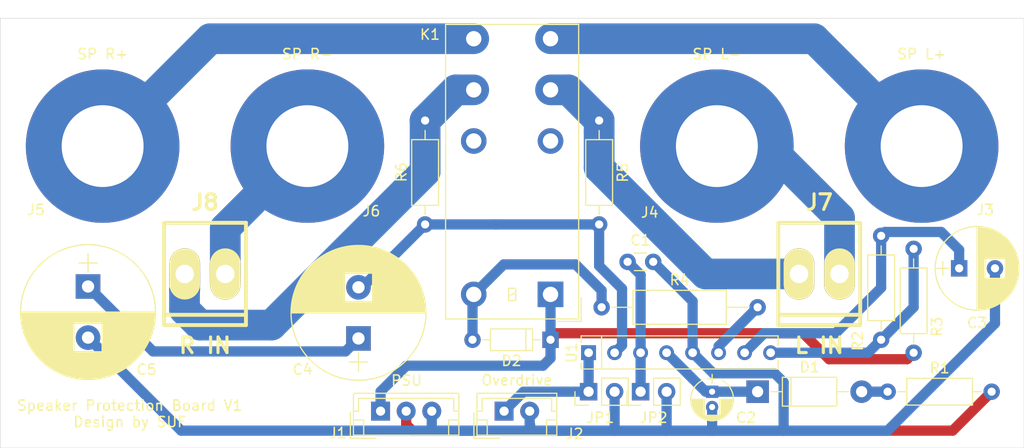
<source format=kicad_pcb>
(kicad_pcb (version 20171130) (host pcbnew "(5.1.2)-2")

  (general
    (thickness 1.6)
    (drawings 5)
    (tracks 111)
    (zones 0)
    (modules 25)
    (nets 22)
  )

  (page A4)
  (layers
    (0 F.Cu signal)
    (31 B.Cu signal)
    (32 B.Adhes user)
    (33 F.Adhes user)
    (34 B.Paste user)
    (35 F.Paste user)
    (36 B.SilkS user)
    (37 F.SilkS user)
    (38 B.Mask user)
    (39 F.Mask user)
    (40 Dwgs.User user)
    (41 Cmts.User user)
    (42 Eco1.User user)
    (43 Eco2.User user)
    (44 Edge.Cuts user)
    (45 Margin user)
    (46 B.CrtYd user)
    (47 F.CrtYd user)
    (48 B.Fab user)
    (49 F.Fab user)
  )

  (setup
    (last_trace_width 0.25)
    (user_trace_width 1)
    (user_trace_width 2)
    (user_trace_width 3)
    (user_trace_width 5)
    (trace_clearance 0.2)
    (zone_clearance 0.508)
    (zone_45_only no)
    (trace_min 0.2)
    (via_size 0.8)
    (via_drill 0.4)
    (via_min_size 0.4)
    (via_min_drill 0.3)
    (uvia_size 0.3)
    (uvia_drill 0.1)
    (uvias_allowed no)
    (uvia_min_size 0.2)
    (uvia_min_drill 0.1)
    (edge_width 0.05)
    (segment_width 0.2)
    (pcb_text_width 0.3)
    (pcb_text_size 1.5 1.5)
    (mod_edge_width 0.12)
    (mod_text_size 1 1)
    (mod_text_width 0.15)
    (pad_size 1.524 1.524)
    (pad_drill 0.762)
    (pad_to_mask_clearance 0.051)
    (solder_mask_min_width 0.25)
    (aux_axis_origin 0 0)
    (visible_elements 7FFFFFFF)
    (pcbplotparams
      (layerselection 0x010f0_ffffffff)
      (usegerberextensions true)
      (usegerberattributes false)
      (usegerberadvancedattributes false)
      (creategerberjobfile false)
      (excludeedgelayer true)
      (linewidth 0.100000)
      (plotframeref false)
      (viasonmask false)
      (mode 1)
      (useauxorigin false)
      (hpglpennumber 1)
      (hpglpenspeed 20)
      (hpglpendiameter 15.000000)
      (psnegative false)
      (psa4output false)
      (plotreference true)
      (plotvalue true)
      (plotinvisibletext false)
      (padsonsilk false)
      (subtractmaskfromsilk false)
      (outputformat 1)
      (mirror false)
      (drillshape 0)
      (scaleselection 1)
      (outputdirectory "GERBER/"))
  )

  (net 0 "")
  (net 1 GND)
  (net 2 "Net-(C1-Pad1)")
  (net 3 "Net-(C2-Pad1)")
  (net 4 "Net-(C3-Pad1)")
  (net 5 "Net-(C4-Pad1)")
  (net 6 Offset)
  (net 7 "Net-(D1-Pad2)")
  (net 8 "Net-(D2-Pad2)")
  (net 9 VCC)
  (net 10 "Net-(J1-Pad2)")
  (net 11 "Net-(J2-Pad1)")
  (net 12 "Net-(J3-Pad1)")
  (net 13 "Net-(J4-Pad1)")
  (net 14 "Net-(J5-Pad1)")
  (net 15 "Net-(J6-Pad1)")
  (net 16 "Net-(J7-Pad1)")
  (net 17 "Net-(J8-Pad1)")
  (net 18 "Net-(K1-Pad7)")
  (net 19 "Net-(K1-Pad2)")
  (net 20 "Net-(R2-Pad2)")
  (net 21 "Net-(R4-Pad2)")

  (net_class Default "This is the default net class."
    (clearance 0.2)
    (trace_width 0.25)
    (via_dia 0.8)
    (via_drill 0.4)
    (uvia_dia 0.3)
    (uvia_drill 0.1)
    (add_net GND)
    (add_net "Net-(C1-Pad1)")
    (add_net "Net-(C2-Pad1)")
    (add_net "Net-(C3-Pad1)")
    (add_net "Net-(C4-Pad1)")
    (add_net "Net-(D1-Pad2)")
    (add_net "Net-(D2-Pad2)")
    (add_net "Net-(J1-Pad2)")
    (add_net "Net-(J2-Pad1)")
    (add_net "Net-(J3-Pad1)")
    (add_net "Net-(J4-Pad1)")
    (add_net "Net-(J5-Pad1)")
    (add_net "Net-(J6-Pad1)")
    (add_net "Net-(J7-Pad1)")
    (add_net "Net-(J8-Pad1)")
    (add_net "Net-(K1-Pad2)")
    (add_net "Net-(K1-Pad7)")
    (add_net "Net-(R2-Pad2)")
    (add_net "Net-(R4-Pad2)")
    (add_net Offset)
    (add_net VCC)
  )

  (module Capacitors_ThroughHole:C_Disc_D3.0mm_W1.6mm_P2.50mm (layer F.Cu) (tedit 597BC7C2) (tstamp 5D6EDCF9)
    (at 81.28 43.815)
    (descr "C, Disc series, Radial, pin pitch=2.50mm, , diameter*width=3.0*1.6mm^2, Capacitor, http://www.vishay.com/docs/45233/krseries.pdf")
    (tags "C Disc series Radial pin pitch 2.50mm  diameter 3.0mm width 1.6mm Capacitor")
    (path /5D6F68CB)
    (fp_text reference C1 (at 1.25 -2.11) (layer F.SilkS)
      (effects (font (size 1 1) (thickness 0.15)))
    )
    (fp_text value 22nF (at 1.25 2.11) (layer F.Fab)
      (effects (font (size 1 1) (thickness 0.15)))
    )
    (fp_text user %R (at 1.25 0) (layer F.Fab)
      (effects (font (size 1 1) (thickness 0.15)))
    )
    (fp_line (start 3.55 -1.15) (end -1.05 -1.15) (layer F.CrtYd) (width 0.05))
    (fp_line (start 3.55 1.15) (end 3.55 -1.15) (layer F.CrtYd) (width 0.05))
    (fp_line (start -1.05 1.15) (end 3.55 1.15) (layer F.CrtYd) (width 0.05))
    (fp_line (start -1.05 -1.15) (end -1.05 1.15) (layer F.CrtYd) (width 0.05))
    (fp_line (start 0.663 0.861) (end 1.837 0.861) (layer F.SilkS) (width 0.12))
    (fp_line (start 0.663 -0.861) (end 1.837 -0.861) (layer F.SilkS) (width 0.12))
    (fp_line (start 2.75 -0.8) (end -0.25 -0.8) (layer F.Fab) (width 0.1))
    (fp_line (start 2.75 0.8) (end 2.75 -0.8) (layer F.Fab) (width 0.1))
    (fp_line (start -0.25 0.8) (end 2.75 0.8) (layer F.Fab) (width 0.1))
    (fp_line (start -0.25 -0.8) (end -0.25 0.8) (layer F.Fab) (width 0.1))
    (pad 2 thru_hole circle (at 2.5 0) (size 1.6 1.6) (drill 0.8) (layers *.Cu *.Mask)
      (net 1 GND))
    (pad 1 thru_hole circle (at 0 0) (size 1.6 1.6) (drill 0.8) (layers *.Cu *.Mask)
      (net 2 "Net-(C1-Pad1)"))
    (model ${KISYS3DMOD}/Capacitors_THT.3dshapes/C_Disc_D3.0mm_W1.6mm_P2.50mm.wrl
      (at (xyz 0 0 0))
      (scale (xyz 0.3937 0.3937 0.3937))
      (rotate (xyz 0 0 0))
    )
  )

  (module Capacitors_ThroughHole:CP_Radial_D4.0mm_P1.50mm (layer F.Cu) (tedit 597BC7C2) (tstamp 5D6EDD68)
    (at 89.535 56.515 270)
    (descr "CP, Radial series, Radial, pin pitch=1.50mm, , diameter=4mm, Electrolytic Capacitor")
    (tags "CP Radial series Radial pin pitch 1.50mm  diameter 4mm Electrolytic Capacitor")
    (path /5D6EFF93)
    (fp_text reference C2 (at 2.54 -3.31 180) (layer F.SilkS)
      (effects (font (size 1 1) (thickness 0.15)))
    )
    (fp_text value 4,7uF/50V (at 0.75 3.31 90) (layer F.Fab)
      (effects (font (size 1 1) (thickness 0.15)))
    )
    (fp_text user %R (at 0.75 0 90) (layer F.Fab)
      (effects (font (size 1 1) (thickness 0.15)))
    )
    (fp_line (start 3.1 -2.35) (end -1.6 -2.35) (layer F.CrtYd) (width 0.05))
    (fp_line (start 3.1 2.35) (end 3.1 -2.35) (layer F.CrtYd) (width 0.05))
    (fp_line (start -1.6 2.35) (end 3.1 2.35) (layer F.CrtYd) (width 0.05))
    (fp_line (start -1.6 -2.35) (end -1.6 2.35) (layer F.CrtYd) (width 0.05))
    (fp_line (start -1.25 -0.45) (end -1.25 0.45) (layer F.SilkS) (width 0.12))
    (fp_line (start -1.7 0) (end -0.8 0) (layer F.SilkS) (width 0.12))
    (fp_line (start 2.831 -0.165) (end 2.831 0.165) (layer F.SilkS) (width 0.12))
    (fp_line (start 2.791 -0.415) (end 2.791 0.415) (layer F.SilkS) (width 0.12))
    (fp_line (start 2.751 -0.567) (end 2.751 0.567) (layer F.SilkS) (width 0.12))
    (fp_line (start 2.711 -0.686) (end 2.711 0.686) (layer F.SilkS) (width 0.12))
    (fp_line (start 2.671 -0.786) (end 2.671 0.786) (layer F.SilkS) (width 0.12))
    (fp_line (start 2.631 -0.874) (end 2.631 0.874) (layer F.SilkS) (width 0.12))
    (fp_line (start 2.591 -0.952) (end 2.591 0.952) (layer F.SilkS) (width 0.12))
    (fp_line (start 2.551 -1.023) (end 2.551 1.023) (layer F.SilkS) (width 0.12))
    (fp_line (start 2.511 -1.088) (end 2.511 1.088) (layer F.SilkS) (width 0.12))
    (fp_line (start 2.471 -1.148) (end 2.471 1.148) (layer F.SilkS) (width 0.12))
    (fp_line (start 2.431 -1.204) (end 2.431 1.204) (layer F.SilkS) (width 0.12))
    (fp_line (start 2.391 -1.256) (end 2.391 1.256) (layer F.SilkS) (width 0.12))
    (fp_line (start 2.351 -1.305) (end 2.351 1.305) (layer F.SilkS) (width 0.12))
    (fp_line (start 2.311 -1.351) (end 2.311 1.351) (layer F.SilkS) (width 0.12))
    (fp_line (start 2.271 0.78) (end 2.271 1.395) (layer F.SilkS) (width 0.12))
    (fp_line (start 2.271 -1.395) (end 2.271 -0.78) (layer F.SilkS) (width 0.12))
    (fp_line (start 2.231 0.78) (end 2.231 1.436) (layer F.SilkS) (width 0.12))
    (fp_line (start 2.231 -1.436) (end 2.231 -0.78) (layer F.SilkS) (width 0.12))
    (fp_line (start 2.191 0.78) (end 2.191 1.475) (layer F.SilkS) (width 0.12))
    (fp_line (start 2.191 -1.475) (end 2.191 -0.78) (layer F.SilkS) (width 0.12))
    (fp_line (start 2.151 0.78) (end 2.151 1.512) (layer F.SilkS) (width 0.12))
    (fp_line (start 2.151 -1.512) (end 2.151 -0.78) (layer F.SilkS) (width 0.12))
    (fp_line (start 2.111 0.78) (end 2.111 1.547) (layer F.SilkS) (width 0.12))
    (fp_line (start 2.111 -1.547) (end 2.111 -0.78) (layer F.SilkS) (width 0.12))
    (fp_line (start 2.071 0.78) (end 2.071 1.581) (layer F.SilkS) (width 0.12))
    (fp_line (start 2.071 -1.581) (end 2.071 -0.78) (layer F.SilkS) (width 0.12))
    (fp_line (start 2.031 0.78) (end 2.031 1.613) (layer F.SilkS) (width 0.12))
    (fp_line (start 2.031 -1.613) (end 2.031 -0.78) (layer F.SilkS) (width 0.12))
    (fp_line (start 1.991 0.78) (end 1.991 1.643) (layer F.SilkS) (width 0.12))
    (fp_line (start 1.991 -1.643) (end 1.991 -0.78) (layer F.SilkS) (width 0.12))
    (fp_line (start 1.951 0.78) (end 1.951 1.672) (layer F.SilkS) (width 0.12))
    (fp_line (start 1.951 -1.672) (end 1.951 -0.78) (layer F.SilkS) (width 0.12))
    (fp_line (start 1.911 0.78) (end 1.911 1.699) (layer F.SilkS) (width 0.12))
    (fp_line (start 1.911 -1.699) (end 1.911 -0.78) (layer F.SilkS) (width 0.12))
    (fp_line (start 1.871 0.78) (end 1.871 1.725) (layer F.SilkS) (width 0.12))
    (fp_line (start 1.871 -1.725) (end 1.871 -0.78) (layer F.SilkS) (width 0.12))
    (fp_line (start 1.831 0.78) (end 1.831 1.75) (layer F.SilkS) (width 0.12))
    (fp_line (start 1.831 -1.75) (end 1.831 -0.78) (layer F.SilkS) (width 0.12))
    (fp_line (start 1.791 0.78) (end 1.791 1.773) (layer F.SilkS) (width 0.12))
    (fp_line (start 1.791 -1.773) (end 1.791 -0.78) (layer F.SilkS) (width 0.12))
    (fp_line (start 1.751 0.78) (end 1.751 1.796) (layer F.SilkS) (width 0.12))
    (fp_line (start 1.751 -1.796) (end 1.751 -0.78) (layer F.SilkS) (width 0.12))
    (fp_line (start 1.711 0.78) (end 1.711 1.817) (layer F.SilkS) (width 0.12))
    (fp_line (start 1.711 -1.817) (end 1.711 -0.78) (layer F.SilkS) (width 0.12))
    (fp_line (start 1.671 0.78) (end 1.671 1.837) (layer F.SilkS) (width 0.12))
    (fp_line (start 1.671 -1.837) (end 1.671 -0.78) (layer F.SilkS) (width 0.12))
    (fp_line (start 1.631 0.78) (end 1.631 1.856) (layer F.SilkS) (width 0.12))
    (fp_line (start 1.631 -1.856) (end 1.631 -0.78) (layer F.SilkS) (width 0.12))
    (fp_line (start 1.591 0.78) (end 1.591 1.874) (layer F.SilkS) (width 0.12))
    (fp_line (start 1.591 -1.874) (end 1.591 -0.78) (layer F.SilkS) (width 0.12))
    (fp_line (start 1.551 0.78) (end 1.551 1.891) (layer F.SilkS) (width 0.12))
    (fp_line (start 1.551 -1.891) (end 1.551 -0.78) (layer F.SilkS) (width 0.12))
    (fp_line (start 1.511 0.78) (end 1.511 1.907) (layer F.SilkS) (width 0.12))
    (fp_line (start 1.511 -1.907) (end 1.511 -0.78) (layer F.SilkS) (width 0.12))
    (fp_line (start 1.471 0.78) (end 1.471 1.923) (layer F.SilkS) (width 0.12))
    (fp_line (start 1.471 -1.923) (end 1.471 -0.78) (layer F.SilkS) (width 0.12))
    (fp_line (start 1.43 0.78) (end 1.43 1.937) (layer F.SilkS) (width 0.12))
    (fp_line (start 1.43 -1.937) (end 1.43 -0.78) (layer F.SilkS) (width 0.12))
    (fp_line (start 1.39 0.78) (end 1.39 1.95) (layer F.SilkS) (width 0.12))
    (fp_line (start 1.39 -1.95) (end 1.39 -0.78) (layer F.SilkS) (width 0.12))
    (fp_line (start 1.35 0.78) (end 1.35 1.963) (layer F.SilkS) (width 0.12))
    (fp_line (start 1.35 -1.963) (end 1.35 -0.78) (layer F.SilkS) (width 0.12))
    (fp_line (start 1.31 0.78) (end 1.31 1.974) (layer F.SilkS) (width 0.12))
    (fp_line (start 1.31 -1.974) (end 1.31 -0.78) (layer F.SilkS) (width 0.12))
    (fp_line (start 1.27 0.78) (end 1.27 1.985) (layer F.SilkS) (width 0.12))
    (fp_line (start 1.27 -1.985) (end 1.27 -0.78) (layer F.SilkS) (width 0.12))
    (fp_line (start 1.23 0.78) (end 1.23 1.995) (layer F.SilkS) (width 0.12))
    (fp_line (start 1.23 -1.995) (end 1.23 -0.78) (layer F.SilkS) (width 0.12))
    (fp_line (start 1.19 0.78) (end 1.19 2.004) (layer F.SilkS) (width 0.12))
    (fp_line (start 1.19 -2.004) (end 1.19 -0.78) (layer F.SilkS) (width 0.12))
    (fp_line (start 1.15 0.78) (end 1.15 2.012) (layer F.SilkS) (width 0.12))
    (fp_line (start 1.15 -2.012) (end 1.15 -0.78) (layer F.SilkS) (width 0.12))
    (fp_line (start 1.11 0.78) (end 1.11 2.019) (layer F.SilkS) (width 0.12))
    (fp_line (start 1.11 -2.019) (end 1.11 -0.78) (layer F.SilkS) (width 0.12))
    (fp_line (start 1.07 0.78) (end 1.07 2.026) (layer F.SilkS) (width 0.12))
    (fp_line (start 1.07 -2.026) (end 1.07 -0.78) (layer F.SilkS) (width 0.12))
    (fp_line (start 1.03 0.78) (end 1.03 2.032) (layer F.SilkS) (width 0.12))
    (fp_line (start 1.03 -2.032) (end 1.03 -0.78) (layer F.SilkS) (width 0.12))
    (fp_line (start 0.99 0.78) (end 0.99 2.037) (layer F.SilkS) (width 0.12))
    (fp_line (start 0.99 -2.037) (end 0.99 -0.78) (layer F.SilkS) (width 0.12))
    (fp_line (start 0.95 0.78) (end 0.95 2.041) (layer F.SilkS) (width 0.12))
    (fp_line (start 0.95 -2.041) (end 0.95 -0.78) (layer F.SilkS) (width 0.12))
    (fp_line (start 0.91 0.78) (end 0.91 2.044) (layer F.SilkS) (width 0.12))
    (fp_line (start 0.91 -2.044) (end 0.91 -0.78) (layer F.SilkS) (width 0.12))
    (fp_line (start 0.87 0.78) (end 0.87 2.047) (layer F.SilkS) (width 0.12))
    (fp_line (start 0.87 -2.047) (end 0.87 -0.78) (layer F.SilkS) (width 0.12))
    (fp_line (start 0.83 0.78) (end 0.83 2.049) (layer F.SilkS) (width 0.12))
    (fp_line (start 0.83 -2.049) (end 0.83 -0.78) (layer F.SilkS) (width 0.12))
    (fp_line (start 0.79 0.78) (end 0.79 2.05) (layer F.SilkS) (width 0.12))
    (fp_line (start 0.79 -2.05) (end 0.79 -0.78) (layer F.SilkS) (width 0.12))
    (fp_line (start 0.75 -2.05) (end 0.75 -0.78) (layer F.SilkS) (width 0.12))
    (fp_line (start 0.75 0.78) (end 0.75 2.05) (layer F.SilkS) (width 0.12))
    (fp_line (start -1.25 -0.45) (end -1.25 0.45) (layer F.Fab) (width 0.1))
    (fp_line (start -1.7 0) (end -0.8 0) (layer F.Fab) (width 0.1))
    (fp_circle (center 0.75 0) (end 2.75 0) (layer F.Fab) (width 0.1))
    (fp_arc (start 0.75 0) (end 2.595996 -0.98) (angle 55.9) (layer F.SilkS) (width 0.12))
    (fp_arc (start 0.75 0) (end -1.095996 0.98) (angle -124.1) (layer F.SilkS) (width 0.12))
    (fp_arc (start 0.75 0) (end -1.095996 -0.98) (angle 124.1) (layer F.SilkS) (width 0.12))
    (pad 2 thru_hole circle (at 1.5 0 270) (size 1.2 1.2) (drill 0.6) (layers *.Cu *.Mask)
      (net 1 GND))
    (pad 1 thru_hole rect (at 0 0 270) (size 1.2 1.2) (drill 0.6) (layers *.Cu *.Mask)
      (net 3 "Net-(C2-Pad1)"))
    (model ${KISYS3DMOD}/Capacitors_THT.3dshapes/CP_Radial_D4.0mm_P1.50mm.wrl
      (at (xyz 0 0 0))
      (scale (xyz 0.3937 0.3937 0.3937))
      (rotate (xyz 0 0 0))
    )
  )

  (module Capacitors_ThroughHole:CP_Radial_D8.0mm_P3.50mm (layer F.Cu) (tedit 597BC7C2) (tstamp 5D6EDE11)
    (at 113.665 44.45)
    (descr "CP, Radial series, Radial, pin pitch=3.50mm, , diameter=8mm, Electrolytic Capacitor")
    (tags "CP Radial series Radial pin pitch 3.50mm  diameter 8mm Electrolytic Capacitor")
    (path /5D6D4B4E)
    (fp_text reference C3 (at 1.75 5.334) (layer F.SilkS)
      (effects (font (size 1 1) (thickness 0.15)))
    )
    (fp_text value 33uF/50V (at 1.75 5.31) (layer F.Fab) hide
      (effects (font (size 1 1) (thickness 0.15)))
    )
    (fp_text user %R (at 1.75 0) (layer F.Fab)
      (effects (font (size 1 1) (thickness 0.15)))
    )
    (fp_line (start 6.1 -4.35) (end -2.6 -4.35) (layer F.CrtYd) (width 0.05))
    (fp_line (start 6.1 4.35) (end 6.1 -4.35) (layer F.CrtYd) (width 0.05))
    (fp_line (start -2.6 4.35) (end 6.1 4.35) (layer F.CrtYd) (width 0.05))
    (fp_line (start -2.6 -4.35) (end -2.6 4.35) (layer F.CrtYd) (width 0.05))
    (fp_line (start -1.6 -0.65) (end -1.6 0.65) (layer F.SilkS) (width 0.12))
    (fp_line (start -2.2 0) (end -1 0) (layer F.SilkS) (width 0.12))
    (fp_line (start 5.831 -0.246) (end 5.831 0.246) (layer F.SilkS) (width 0.12))
    (fp_line (start 5.791 -0.598) (end 5.791 0.598) (layer F.SilkS) (width 0.12))
    (fp_line (start 5.751 -0.814) (end 5.751 0.814) (layer F.SilkS) (width 0.12))
    (fp_line (start 5.711 -0.983) (end 5.711 0.983) (layer F.SilkS) (width 0.12))
    (fp_line (start 5.671 -1.127) (end 5.671 1.127) (layer F.SilkS) (width 0.12))
    (fp_line (start 5.631 -1.254) (end 5.631 1.254) (layer F.SilkS) (width 0.12))
    (fp_line (start 5.591 -1.369) (end 5.591 1.369) (layer F.SilkS) (width 0.12))
    (fp_line (start 5.551 -1.473) (end 5.551 1.473) (layer F.SilkS) (width 0.12))
    (fp_line (start 5.511 -1.57) (end 5.511 1.57) (layer F.SilkS) (width 0.12))
    (fp_line (start 5.471 -1.66) (end 5.471 1.66) (layer F.SilkS) (width 0.12))
    (fp_line (start 5.431 -1.745) (end 5.431 1.745) (layer F.SilkS) (width 0.12))
    (fp_line (start 5.391 -1.826) (end 5.391 1.826) (layer F.SilkS) (width 0.12))
    (fp_line (start 5.351 -1.902) (end 5.351 1.902) (layer F.SilkS) (width 0.12))
    (fp_line (start 5.311 -1.974) (end 5.311 1.974) (layer F.SilkS) (width 0.12))
    (fp_line (start 5.271 -2.043) (end 5.271 2.043) (layer F.SilkS) (width 0.12))
    (fp_line (start 5.231 -2.109) (end 5.231 2.109) (layer F.SilkS) (width 0.12))
    (fp_line (start 5.191 -2.173) (end 5.191 2.173) (layer F.SilkS) (width 0.12))
    (fp_line (start 5.151 -2.234) (end 5.151 2.234) (layer F.SilkS) (width 0.12))
    (fp_line (start 5.111 -2.293) (end 5.111 2.293) (layer F.SilkS) (width 0.12))
    (fp_line (start 5.071 -2.349) (end 5.071 2.349) (layer F.SilkS) (width 0.12))
    (fp_line (start 5.031 -2.404) (end 5.031 2.404) (layer F.SilkS) (width 0.12))
    (fp_line (start 4.991 -2.457) (end 4.991 2.457) (layer F.SilkS) (width 0.12))
    (fp_line (start 4.951 -2.508) (end 4.951 2.508) (layer F.SilkS) (width 0.12))
    (fp_line (start 4.911 -2.557) (end 4.911 2.557) (layer F.SilkS) (width 0.12))
    (fp_line (start 4.871 -2.605) (end 4.871 2.605) (layer F.SilkS) (width 0.12))
    (fp_line (start 4.831 -2.652) (end 4.831 2.652) (layer F.SilkS) (width 0.12))
    (fp_line (start 4.791 -2.697) (end 4.791 2.697) (layer F.SilkS) (width 0.12))
    (fp_line (start 4.751 -2.74) (end 4.751 2.74) (layer F.SilkS) (width 0.12))
    (fp_line (start 4.711 -2.783) (end 4.711 2.783) (layer F.SilkS) (width 0.12))
    (fp_line (start 4.671 -2.824) (end 4.671 2.824) (layer F.SilkS) (width 0.12))
    (fp_line (start 4.631 -2.865) (end 4.631 2.865) (layer F.SilkS) (width 0.12))
    (fp_line (start 4.591 -2.904) (end 4.591 2.904) (layer F.SilkS) (width 0.12))
    (fp_line (start 4.551 -2.942) (end 4.551 2.942) (layer F.SilkS) (width 0.12))
    (fp_line (start 4.511 -2.979) (end 4.511 2.979) (layer F.SilkS) (width 0.12))
    (fp_line (start 4.471 0.98) (end 4.471 3.015) (layer F.SilkS) (width 0.12))
    (fp_line (start 4.471 -3.015) (end 4.471 -0.98) (layer F.SilkS) (width 0.12))
    (fp_line (start 4.431 0.98) (end 4.431 3.05) (layer F.SilkS) (width 0.12))
    (fp_line (start 4.431 -3.05) (end 4.431 -0.98) (layer F.SilkS) (width 0.12))
    (fp_line (start 4.391 0.98) (end 4.391 3.084) (layer F.SilkS) (width 0.12))
    (fp_line (start 4.391 -3.084) (end 4.391 -0.98) (layer F.SilkS) (width 0.12))
    (fp_line (start 4.351 0.98) (end 4.351 3.118) (layer F.SilkS) (width 0.12))
    (fp_line (start 4.351 -3.118) (end 4.351 -0.98) (layer F.SilkS) (width 0.12))
    (fp_line (start 4.311 0.98) (end 4.311 3.15) (layer F.SilkS) (width 0.12))
    (fp_line (start 4.311 -3.15) (end 4.311 -0.98) (layer F.SilkS) (width 0.12))
    (fp_line (start 4.271 0.98) (end 4.271 3.182) (layer F.SilkS) (width 0.12))
    (fp_line (start 4.271 -3.182) (end 4.271 -0.98) (layer F.SilkS) (width 0.12))
    (fp_line (start 4.231 0.98) (end 4.231 3.213) (layer F.SilkS) (width 0.12))
    (fp_line (start 4.231 -3.213) (end 4.231 -0.98) (layer F.SilkS) (width 0.12))
    (fp_line (start 4.191 0.98) (end 4.191 3.243) (layer F.SilkS) (width 0.12))
    (fp_line (start 4.191 -3.243) (end 4.191 -0.98) (layer F.SilkS) (width 0.12))
    (fp_line (start 4.151 0.98) (end 4.151 3.272) (layer F.SilkS) (width 0.12))
    (fp_line (start 4.151 -3.272) (end 4.151 -0.98) (layer F.SilkS) (width 0.12))
    (fp_line (start 4.111 0.98) (end 4.111 3.301) (layer F.SilkS) (width 0.12))
    (fp_line (start 4.111 -3.301) (end 4.111 -0.98) (layer F.SilkS) (width 0.12))
    (fp_line (start 4.071 0.98) (end 4.071 3.329) (layer F.SilkS) (width 0.12))
    (fp_line (start 4.071 -3.329) (end 4.071 -0.98) (layer F.SilkS) (width 0.12))
    (fp_line (start 4.031 0.98) (end 4.031 3.356) (layer F.SilkS) (width 0.12))
    (fp_line (start 4.031 -3.356) (end 4.031 -0.98) (layer F.SilkS) (width 0.12))
    (fp_line (start 3.991 0.98) (end 3.991 3.383) (layer F.SilkS) (width 0.12))
    (fp_line (start 3.991 -3.383) (end 3.991 -0.98) (layer F.SilkS) (width 0.12))
    (fp_line (start 3.951 0.98) (end 3.951 3.408) (layer F.SilkS) (width 0.12))
    (fp_line (start 3.951 -3.408) (end 3.951 -0.98) (layer F.SilkS) (width 0.12))
    (fp_line (start 3.911 0.98) (end 3.911 3.434) (layer F.SilkS) (width 0.12))
    (fp_line (start 3.911 -3.434) (end 3.911 -0.98) (layer F.SilkS) (width 0.12))
    (fp_line (start 3.871 0.98) (end 3.871 3.458) (layer F.SilkS) (width 0.12))
    (fp_line (start 3.871 -3.458) (end 3.871 -0.98) (layer F.SilkS) (width 0.12))
    (fp_line (start 3.831 0.98) (end 3.831 3.482) (layer F.SilkS) (width 0.12))
    (fp_line (start 3.831 -3.482) (end 3.831 -0.98) (layer F.SilkS) (width 0.12))
    (fp_line (start 3.791 0.98) (end 3.791 3.505) (layer F.SilkS) (width 0.12))
    (fp_line (start 3.791 -3.505) (end 3.791 -0.98) (layer F.SilkS) (width 0.12))
    (fp_line (start 3.751 0.98) (end 3.751 3.528) (layer F.SilkS) (width 0.12))
    (fp_line (start 3.751 -3.528) (end 3.751 -0.98) (layer F.SilkS) (width 0.12))
    (fp_line (start 3.711 0.98) (end 3.711 3.55) (layer F.SilkS) (width 0.12))
    (fp_line (start 3.711 -3.55) (end 3.711 -0.98) (layer F.SilkS) (width 0.12))
    (fp_line (start 3.671 0.98) (end 3.671 3.572) (layer F.SilkS) (width 0.12))
    (fp_line (start 3.671 -3.572) (end 3.671 -0.98) (layer F.SilkS) (width 0.12))
    (fp_line (start 3.631 0.98) (end 3.631 3.593) (layer F.SilkS) (width 0.12))
    (fp_line (start 3.631 -3.593) (end 3.631 -0.98) (layer F.SilkS) (width 0.12))
    (fp_line (start 3.591 0.98) (end 3.591 3.613) (layer F.SilkS) (width 0.12))
    (fp_line (start 3.591 -3.613) (end 3.591 -0.98) (layer F.SilkS) (width 0.12))
    (fp_line (start 3.551 0.98) (end 3.551 3.633) (layer F.SilkS) (width 0.12))
    (fp_line (start 3.551 -3.633) (end 3.551 -0.98) (layer F.SilkS) (width 0.12))
    (fp_line (start 3.511 0.98) (end 3.511 3.652) (layer F.SilkS) (width 0.12))
    (fp_line (start 3.511 -3.652) (end 3.511 -0.98) (layer F.SilkS) (width 0.12))
    (fp_line (start 3.471 0.98) (end 3.471 3.671) (layer F.SilkS) (width 0.12))
    (fp_line (start 3.471 -3.671) (end 3.471 -0.98) (layer F.SilkS) (width 0.12))
    (fp_line (start 3.431 0.98) (end 3.431 3.69) (layer F.SilkS) (width 0.12))
    (fp_line (start 3.431 -3.69) (end 3.431 -0.98) (layer F.SilkS) (width 0.12))
    (fp_line (start 3.391 0.98) (end 3.391 3.707) (layer F.SilkS) (width 0.12))
    (fp_line (start 3.391 -3.707) (end 3.391 -0.98) (layer F.SilkS) (width 0.12))
    (fp_line (start 3.351 0.98) (end 3.351 3.725) (layer F.SilkS) (width 0.12))
    (fp_line (start 3.351 -3.725) (end 3.351 -0.98) (layer F.SilkS) (width 0.12))
    (fp_line (start 3.311 0.98) (end 3.311 3.741) (layer F.SilkS) (width 0.12))
    (fp_line (start 3.311 -3.741) (end 3.311 -0.98) (layer F.SilkS) (width 0.12))
    (fp_line (start 3.271 0.98) (end 3.271 3.758) (layer F.SilkS) (width 0.12))
    (fp_line (start 3.271 -3.758) (end 3.271 -0.98) (layer F.SilkS) (width 0.12))
    (fp_line (start 3.231 0.98) (end 3.231 3.773) (layer F.SilkS) (width 0.12))
    (fp_line (start 3.231 -3.773) (end 3.231 -0.98) (layer F.SilkS) (width 0.12))
    (fp_line (start 3.191 0.98) (end 3.191 3.789) (layer F.SilkS) (width 0.12))
    (fp_line (start 3.191 -3.789) (end 3.191 -0.98) (layer F.SilkS) (width 0.12))
    (fp_line (start 3.151 0.98) (end 3.151 3.803) (layer F.SilkS) (width 0.12))
    (fp_line (start 3.151 -3.803) (end 3.151 -0.98) (layer F.SilkS) (width 0.12))
    (fp_line (start 3.111 0.98) (end 3.111 3.818) (layer F.SilkS) (width 0.12))
    (fp_line (start 3.111 -3.818) (end 3.111 -0.98) (layer F.SilkS) (width 0.12))
    (fp_line (start 3.071 0.98) (end 3.071 3.832) (layer F.SilkS) (width 0.12))
    (fp_line (start 3.071 -3.832) (end 3.071 -0.98) (layer F.SilkS) (width 0.12))
    (fp_line (start 3.031 0.98) (end 3.031 3.845) (layer F.SilkS) (width 0.12))
    (fp_line (start 3.031 -3.845) (end 3.031 -0.98) (layer F.SilkS) (width 0.12))
    (fp_line (start 2.991 0.98) (end 2.991 3.858) (layer F.SilkS) (width 0.12))
    (fp_line (start 2.991 -3.858) (end 2.991 -0.98) (layer F.SilkS) (width 0.12))
    (fp_line (start 2.951 0.98) (end 2.951 3.87) (layer F.SilkS) (width 0.12))
    (fp_line (start 2.951 -3.87) (end 2.951 -0.98) (layer F.SilkS) (width 0.12))
    (fp_line (start 2.911 0.98) (end 2.911 3.883) (layer F.SilkS) (width 0.12))
    (fp_line (start 2.911 -3.883) (end 2.911 -0.98) (layer F.SilkS) (width 0.12))
    (fp_line (start 2.871 0.98) (end 2.871 3.894) (layer F.SilkS) (width 0.12))
    (fp_line (start 2.871 -3.894) (end 2.871 -0.98) (layer F.SilkS) (width 0.12))
    (fp_line (start 2.831 0.98) (end 2.831 3.905) (layer F.SilkS) (width 0.12))
    (fp_line (start 2.831 -3.905) (end 2.831 -0.98) (layer F.SilkS) (width 0.12))
    (fp_line (start 2.791 0.98) (end 2.791 3.916) (layer F.SilkS) (width 0.12))
    (fp_line (start 2.791 -3.916) (end 2.791 -0.98) (layer F.SilkS) (width 0.12))
    (fp_line (start 2.751 0.98) (end 2.751 3.926) (layer F.SilkS) (width 0.12))
    (fp_line (start 2.751 -3.926) (end 2.751 -0.98) (layer F.SilkS) (width 0.12))
    (fp_line (start 2.711 0.98) (end 2.711 3.936) (layer F.SilkS) (width 0.12))
    (fp_line (start 2.711 -3.936) (end 2.711 -0.98) (layer F.SilkS) (width 0.12))
    (fp_line (start 2.671 0.98) (end 2.671 3.946) (layer F.SilkS) (width 0.12))
    (fp_line (start 2.671 -3.946) (end 2.671 -0.98) (layer F.SilkS) (width 0.12))
    (fp_line (start 2.631 0.98) (end 2.631 3.955) (layer F.SilkS) (width 0.12))
    (fp_line (start 2.631 -3.955) (end 2.631 -0.98) (layer F.SilkS) (width 0.12))
    (fp_line (start 2.591 0.98) (end 2.591 3.963) (layer F.SilkS) (width 0.12))
    (fp_line (start 2.591 -3.963) (end 2.591 -0.98) (layer F.SilkS) (width 0.12))
    (fp_line (start 2.551 0.98) (end 2.551 3.971) (layer F.SilkS) (width 0.12))
    (fp_line (start 2.551 -3.971) (end 2.551 -0.98) (layer F.SilkS) (width 0.12))
    (fp_line (start 2.511 -3.979) (end 2.511 3.979) (layer F.SilkS) (width 0.12))
    (fp_line (start 2.471 -3.987) (end 2.471 3.987) (layer F.SilkS) (width 0.12))
    (fp_line (start 2.43 -3.994) (end 2.43 3.994) (layer F.SilkS) (width 0.12))
    (fp_line (start 2.39 -4) (end 2.39 4) (layer F.SilkS) (width 0.12))
    (fp_line (start 2.35 -4.006) (end 2.35 4.006) (layer F.SilkS) (width 0.12))
    (fp_line (start 2.31 -4.012) (end 2.31 4.012) (layer F.SilkS) (width 0.12))
    (fp_line (start 2.27 -4.017) (end 2.27 4.017) (layer F.SilkS) (width 0.12))
    (fp_line (start 2.23 -4.022) (end 2.23 4.022) (layer F.SilkS) (width 0.12))
    (fp_line (start 2.19 -4.027) (end 2.19 4.027) (layer F.SilkS) (width 0.12))
    (fp_line (start 2.15 -4.031) (end 2.15 4.031) (layer F.SilkS) (width 0.12))
    (fp_line (start 2.11 -4.035) (end 2.11 4.035) (layer F.SilkS) (width 0.12))
    (fp_line (start 2.07 -4.038) (end 2.07 4.038) (layer F.SilkS) (width 0.12))
    (fp_line (start 2.03 -4.041) (end 2.03 4.041) (layer F.SilkS) (width 0.12))
    (fp_line (start 1.99 -4.043) (end 1.99 4.043) (layer F.SilkS) (width 0.12))
    (fp_line (start 1.95 -4.046) (end 1.95 4.046) (layer F.SilkS) (width 0.12))
    (fp_line (start 1.91 -4.047) (end 1.91 4.047) (layer F.SilkS) (width 0.12))
    (fp_line (start 1.87 -4.049) (end 1.87 4.049) (layer F.SilkS) (width 0.12))
    (fp_line (start 1.83 -4.05) (end 1.83 4.05) (layer F.SilkS) (width 0.12))
    (fp_line (start 1.79 -4.05) (end 1.79 4.05) (layer F.SilkS) (width 0.12))
    (fp_line (start 1.75 -4.05) (end 1.75 4.05) (layer F.SilkS) (width 0.12))
    (fp_line (start -1.6 -0.65) (end -1.6 0.65) (layer F.Fab) (width 0.1))
    (fp_line (start -2.2 0) (end -1 0) (layer F.Fab) (width 0.1))
    (fp_circle (center 1.75 0) (end 5.84 0) (layer F.SilkS) (width 0.12))
    (fp_circle (center 1.75 0) (end 5.75 0) (layer F.Fab) (width 0.1))
    (pad 2 thru_hole circle (at 3.5 0) (size 1.6 1.6) (drill 0.8) (layers *.Cu *.Mask)
      (net 1 GND))
    (pad 1 thru_hole rect (at 0 0) (size 1.6 1.6) (drill 0.8) (layers *.Cu *.Mask)
      (net 4 "Net-(C3-Pad1)"))
    (model ${KISYS3DMOD}/Capacitors_THT.3dshapes/CP_Radial_D8.0mm_P3.50mm.wrl
      (at (xyz 0 0 0))
      (scale (xyz 0.3937 0.3937 0.3937))
      (rotate (xyz 0 0 0))
    )
  )

  (module Capacitors_ThroughHole:CP_Radial_D13.0mm_P5.00mm (layer F.Cu) (tedit 597BC7C2) (tstamp 5D6EDF0C)
    (at 54.991 51.308 90)
    (descr "CP, Radial series, Radial, pin pitch=5.00mm, , diameter=13mm, Electrolytic Capacitor")
    (tags "CP Radial series Radial pin pitch 5.00mm  diameter 13mm Electrolytic Capacitor")
    (path /5D70326D)
    (fp_text reference C4 (at -3.048 -5.461 180) (layer F.SilkS)
      (effects (font (size 1 1) (thickness 0.15)))
    )
    (fp_text value 680uF/50V (at 2.5 7.81 90) (layer F.Fab)
      (effects (font (size 1 1) (thickness 0.15)))
    )
    (fp_circle (center 2.5 0) (end 9 0) (layer F.Fab) (width 0.1))
    (fp_circle (center 2.5 0) (end 9.09 0) (layer F.SilkS) (width 0.12))
    (fp_line (start -3.2 0) (end -1.4 0) (layer F.Fab) (width 0.1))
    (fp_line (start -2.3 -0.9) (end -2.3 0.9) (layer F.Fab) (width 0.1))
    (fp_line (start 2.5 -6.55) (end 2.5 6.55) (layer F.SilkS) (width 0.12))
    (fp_line (start 2.54 -6.55) (end 2.54 6.55) (layer F.SilkS) (width 0.12))
    (fp_line (start 2.58 -6.55) (end 2.58 6.55) (layer F.SilkS) (width 0.12))
    (fp_line (start 2.62 -6.549) (end 2.62 6.549) (layer F.SilkS) (width 0.12))
    (fp_line (start 2.66 -6.549) (end 2.66 6.549) (layer F.SilkS) (width 0.12))
    (fp_line (start 2.7 -6.547) (end 2.7 6.547) (layer F.SilkS) (width 0.12))
    (fp_line (start 2.74 -6.546) (end 2.74 6.546) (layer F.SilkS) (width 0.12))
    (fp_line (start 2.78 -6.545) (end 2.78 6.545) (layer F.SilkS) (width 0.12))
    (fp_line (start 2.82 -6.543) (end 2.82 6.543) (layer F.SilkS) (width 0.12))
    (fp_line (start 2.86 -6.541) (end 2.86 6.541) (layer F.SilkS) (width 0.12))
    (fp_line (start 2.9 -6.538) (end 2.9 6.538) (layer F.SilkS) (width 0.12))
    (fp_line (start 2.94 -6.536) (end 2.94 6.536) (layer F.SilkS) (width 0.12))
    (fp_line (start 2.98 -6.533) (end 2.98 6.533) (layer F.SilkS) (width 0.12))
    (fp_line (start 3.02 -6.53) (end 3.02 6.53) (layer F.SilkS) (width 0.12))
    (fp_line (start 3.06 -6.527) (end 3.06 6.527) (layer F.SilkS) (width 0.12))
    (fp_line (start 3.1 -6.523) (end 3.1 6.523) (layer F.SilkS) (width 0.12))
    (fp_line (start 3.14 -6.519) (end 3.14 6.519) (layer F.SilkS) (width 0.12))
    (fp_line (start 3.18 -6.515) (end 3.18 6.515) (layer F.SilkS) (width 0.12))
    (fp_line (start 3.221 -6.511) (end 3.221 6.511) (layer F.SilkS) (width 0.12))
    (fp_line (start 3.261 -6.507) (end 3.261 6.507) (layer F.SilkS) (width 0.12))
    (fp_line (start 3.301 -6.502) (end 3.301 6.502) (layer F.SilkS) (width 0.12))
    (fp_line (start 3.341 -6.497) (end 3.341 6.497) (layer F.SilkS) (width 0.12))
    (fp_line (start 3.381 -6.491) (end 3.381 6.491) (layer F.SilkS) (width 0.12))
    (fp_line (start 3.421 -6.486) (end 3.421 6.486) (layer F.SilkS) (width 0.12))
    (fp_line (start 3.461 -6.48) (end 3.461 6.48) (layer F.SilkS) (width 0.12))
    (fp_line (start 3.501 -6.474) (end 3.501 6.474) (layer F.SilkS) (width 0.12))
    (fp_line (start 3.541 -6.468) (end 3.541 6.468) (layer F.SilkS) (width 0.12))
    (fp_line (start 3.581 -6.461) (end 3.581 6.461) (layer F.SilkS) (width 0.12))
    (fp_line (start 3.621 -6.455) (end 3.621 -1.38) (layer F.SilkS) (width 0.12))
    (fp_line (start 3.621 1.38) (end 3.621 6.455) (layer F.SilkS) (width 0.12))
    (fp_line (start 3.661 -6.448) (end 3.661 -1.38) (layer F.SilkS) (width 0.12))
    (fp_line (start 3.661 1.38) (end 3.661 6.448) (layer F.SilkS) (width 0.12))
    (fp_line (start 3.701 -6.44) (end 3.701 -1.38) (layer F.SilkS) (width 0.12))
    (fp_line (start 3.701 1.38) (end 3.701 6.44) (layer F.SilkS) (width 0.12))
    (fp_line (start 3.741 -6.433) (end 3.741 -1.38) (layer F.SilkS) (width 0.12))
    (fp_line (start 3.741 1.38) (end 3.741 6.433) (layer F.SilkS) (width 0.12))
    (fp_line (start 3.781 -6.425) (end 3.781 -1.38) (layer F.SilkS) (width 0.12))
    (fp_line (start 3.781 1.38) (end 3.781 6.425) (layer F.SilkS) (width 0.12))
    (fp_line (start 3.821 -6.417) (end 3.821 -1.38) (layer F.SilkS) (width 0.12))
    (fp_line (start 3.821 1.38) (end 3.821 6.417) (layer F.SilkS) (width 0.12))
    (fp_line (start 3.861 -6.409) (end 3.861 -1.38) (layer F.SilkS) (width 0.12))
    (fp_line (start 3.861 1.38) (end 3.861 6.409) (layer F.SilkS) (width 0.12))
    (fp_line (start 3.901 -6.4) (end 3.901 -1.38) (layer F.SilkS) (width 0.12))
    (fp_line (start 3.901 1.38) (end 3.901 6.4) (layer F.SilkS) (width 0.12))
    (fp_line (start 3.941 -6.391) (end 3.941 -1.38) (layer F.SilkS) (width 0.12))
    (fp_line (start 3.941 1.38) (end 3.941 6.391) (layer F.SilkS) (width 0.12))
    (fp_line (start 3.981 -6.382) (end 3.981 -1.38) (layer F.SilkS) (width 0.12))
    (fp_line (start 3.981 1.38) (end 3.981 6.382) (layer F.SilkS) (width 0.12))
    (fp_line (start 4.021 -6.373) (end 4.021 -1.38) (layer F.SilkS) (width 0.12))
    (fp_line (start 4.021 1.38) (end 4.021 6.373) (layer F.SilkS) (width 0.12))
    (fp_line (start 4.061 -6.363) (end 4.061 -1.38) (layer F.SilkS) (width 0.12))
    (fp_line (start 4.061 1.38) (end 4.061 6.363) (layer F.SilkS) (width 0.12))
    (fp_line (start 4.101 -6.353) (end 4.101 -1.38) (layer F.SilkS) (width 0.12))
    (fp_line (start 4.101 1.38) (end 4.101 6.353) (layer F.SilkS) (width 0.12))
    (fp_line (start 4.141 -6.343) (end 4.141 -1.38) (layer F.SilkS) (width 0.12))
    (fp_line (start 4.141 1.38) (end 4.141 6.343) (layer F.SilkS) (width 0.12))
    (fp_line (start 4.181 -6.333) (end 4.181 -1.38) (layer F.SilkS) (width 0.12))
    (fp_line (start 4.181 1.38) (end 4.181 6.333) (layer F.SilkS) (width 0.12))
    (fp_line (start 4.221 -6.322) (end 4.221 -1.38) (layer F.SilkS) (width 0.12))
    (fp_line (start 4.221 1.38) (end 4.221 6.322) (layer F.SilkS) (width 0.12))
    (fp_line (start 4.261 -6.311) (end 4.261 -1.38) (layer F.SilkS) (width 0.12))
    (fp_line (start 4.261 1.38) (end 4.261 6.311) (layer F.SilkS) (width 0.12))
    (fp_line (start 4.301 -6.3) (end 4.301 -1.38) (layer F.SilkS) (width 0.12))
    (fp_line (start 4.301 1.38) (end 4.301 6.3) (layer F.SilkS) (width 0.12))
    (fp_line (start 4.341 -6.288) (end 4.341 -1.38) (layer F.SilkS) (width 0.12))
    (fp_line (start 4.341 1.38) (end 4.341 6.288) (layer F.SilkS) (width 0.12))
    (fp_line (start 4.381 -6.277) (end 4.381 -1.38) (layer F.SilkS) (width 0.12))
    (fp_line (start 4.381 1.38) (end 4.381 6.277) (layer F.SilkS) (width 0.12))
    (fp_line (start 4.421 -6.265) (end 4.421 -1.38) (layer F.SilkS) (width 0.12))
    (fp_line (start 4.421 1.38) (end 4.421 6.265) (layer F.SilkS) (width 0.12))
    (fp_line (start 4.461 -6.252) (end 4.461 -1.38) (layer F.SilkS) (width 0.12))
    (fp_line (start 4.461 1.38) (end 4.461 6.252) (layer F.SilkS) (width 0.12))
    (fp_line (start 4.501 -6.24) (end 4.501 -1.38) (layer F.SilkS) (width 0.12))
    (fp_line (start 4.501 1.38) (end 4.501 6.24) (layer F.SilkS) (width 0.12))
    (fp_line (start 4.541 -6.227) (end 4.541 -1.38) (layer F.SilkS) (width 0.12))
    (fp_line (start 4.541 1.38) (end 4.541 6.227) (layer F.SilkS) (width 0.12))
    (fp_line (start 4.581 -6.214) (end 4.581 -1.38) (layer F.SilkS) (width 0.12))
    (fp_line (start 4.581 1.38) (end 4.581 6.214) (layer F.SilkS) (width 0.12))
    (fp_line (start 4.621 -6.2) (end 4.621 -1.38) (layer F.SilkS) (width 0.12))
    (fp_line (start 4.621 1.38) (end 4.621 6.2) (layer F.SilkS) (width 0.12))
    (fp_line (start 4.661 -6.186) (end 4.661 -1.38) (layer F.SilkS) (width 0.12))
    (fp_line (start 4.661 1.38) (end 4.661 6.186) (layer F.SilkS) (width 0.12))
    (fp_line (start 4.701 -6.172) (end 4.701 -1.38) (layer F.SilkS) (width 0.12))
    (fp_line (start 4.701 1.38) (end 4.701 6.172) (layer F.SilkS) (width 0.12))
    (fp_line (start 4.741 -6.158) (end 4.741 -1.38) (layer F.SilkS) (width 0.12))
    (fp_line (start 4.741 1.38) (end 4.741 6.158) (layer F.SilkS) (width 0.12))
    (fp_line (start 4.781 -6.144) (end 4.781 -1.38) (layer F.SilkS) (width 0.12))
    (fp_line (start 4.781 1.38) (end 4.781 6.144) (layer F.SilkS) (width 0.12))
    (fp_line (start 4.821 -6.129) (end 4.821 -1.38) (layer F.SilkS) (width 0.12))
    (fp_line (start 4.821 1.38) (end 4.821 6.129) (layer F.SilkS) (width 0.12))
    (fp_line (start 4.861 -6.113) (end 4.861 -1.38) (layer F.SilkS) (width 0.12))
    (fp_line (start 4.861 1.38) (end 4.861 6.113) (layer F.SilkS) (width 0.12))
    (fp_line (start 4.901 -6.098) (end 4.901 -1.38) (layer F.SilkS) (width 0.12))
    (fp_line (start 4.901 1.38) (end 4.901 6.098) (layer F.SilkS) (width 0.12))
    (fp_line (start 4.941 -6.082) (end 4.941 -1.38) (layer F.SilkS) (width 0.12))
    (fp_line (start 4.941 1.38) (end 4.941 6.082) (layer F.SilkS) (width 0.12))
    (fp_line (start 4.981 -6.066) (end 4.981 -1.38) (layer F.SilkS) (width 0.12))
    (fp_line (start 4.981 1.38) (end 4.981 6.066) (layer F.SilkS) (width 0.12))
    (fp_line (start 5.021 -6.05) (end 5.021 -1.38) (layer F.SilkS) (width 0.12))
    (fp_line (start 5.021 1.38) (end 5.021 6.05) (layer F.SilkS) (width 0.12))
    (fp_line (start 5.061 -6.033) (end 5.061 -1.38) (layer F.SilkS) (width 0.12))
    (fp_line (start 5.061 1.38) (end 5.061 6.033) (layer F.SilkS) (width 0.12))
    (fp_line (start 5.101 -6.016) (end 5.101 -1.38) (layer F.SilkS) (width 0.12))
    (fp_line (start 5.101 1.38) (end 5.101 6.016) (layer F.SilkS) (width 0.12))
    (fp_line (start 5.141 -5.999) (end 5.141 -1.38) (layer F.SilkS) (width 0.12))
    (fp_line (start 5.141 1.38) (end 5.141 5.999) (layer F.SilkS) (width 0.12))
    (fp_line (start 5.181 -5.981) (end 5.181 -1.38) (layer F.SilkS) (width 0.12))
    (fp_line (start 5.181 1.38) (end 5.181 5.981) (layer F.SilkS) (width 0.12))
    (fp_line (start 5.221 -5.963) (end 5.221 -1.38) (layer F.SilkS) (width 0.12))
    (fp_line (start 5.221 1.38) (end 5.221 5.963) (layer F.SilkS) (width 0.12))
    (fp_line (start 5.261 -5.945) (end 5.261 -1.38) (layer F.SilkS) (width 0.12))
    (fp_line (start 5.261 1.38) (end 5.261 5.945) (layer F.SilkS) (width 0.12))
    (fp_line (start 5.301 -5.926) (end 5.301 -1.38) (layer F.SilkS) (width 0.12))
    (fp_line (start 5.301 1.38) (end 5.301 5.926) (layer F.SilkS) (width 0.12))
    (fp_line (start 5.341 -5.907) (end 5.341 -1.38) (layer F.SilkS) (width 0.12))
    (fp_line (start 5.341 1.38) (end 5.341 5.907) (layer F.SilkS) (width 0.12))
    (fp_line (start 5.381 -5.888) (end 5.381 -1.38) (layer F.SilkS) (width 0.12))
    (fp_line (start 5.381 1.38) (end 5.381 5.888) (layer F.SilkS) (width 0.12))
    (fp_line (start 5.421 -5.868) (end 5.421 -1.38) (layer F.SilkS) (width 0.12))
    (fp_line (start 5.421 1.38) (end 5.421 5.868) (layer F.SilkS) (width 0.12))
    (fp_line (start 5.461 -5.848) (end 5.461 -1.38) (layer F.SilkS) (width 0.12))
    (fp_line (start 5.461 1.38) (end 5.461 5.848) (layer F.SilkS) (width 0.12))
    (fp_line (start 5.501 -5.828) (end 5.501 -1.38) (layer F.SilkS) (width 0.12))
    (fp_line (start 5.501 1.38) (end 5.501 5.828) (layer F.SilkS) (width 0.12))
    (fp_line (start 5.541 -5.807) (end 5.541 -1.38) (layer F.SilkS) (width 0.12))
    (fp_line (start 5.541 1.38) (end 5.541 5.807) (layer F.SilkS) (width 0.12))
    (fp_line (start 5.581 -5.786) (end 5.581 -1.38) (layer F.SilkS) (width 0.12))
    (fp_line (start 5.581 1.38) (end 5.581 5.786) (layer F.SilkS) (width 0.12))
    (fp_line (start 5.621 -5.765) (end 5.621 -1.38) (layer F.SilkS) (width 0.12))
    (fp_line (start 5.621 1.38) (end 5.621 5.765) (layer F.SilkS) (width 0.12))
    (fp_line (start 5.661 -5.743) (end 5.661 -1.38) (layer F.SilkS) (width 0.12))
    (fp_line (start 5.661 1.38) (end 5.661 5.743) (layer F.SilkS) (width 0.12))
    (fp_line (start 5.701 -5.721) (end 5.701 -1.38) (layer F.SilkS) (width 0.12))
    (fp_line (start 5.701 1.38) (end 5.701 5.721) (layer F.SilkS) (width 0.12))
    (fp_line (start 5.741 -5.699) (end 5.741 -1.38) (layer F.SilkS) (width 0.12))
    (fp_line (start 5.741 1.38) (end 5.741 5.699) (layer F.SilkS) (width 0.12))
    (fp_line (start 5.781 -5.676) (end 5.781 -1.38) (layer F.SilkS) (width 0.12))
    (fp_line (start 5.781 1.38) (end 5.781 5.676) (layer F.SilkS) (width 0.12))
    (fp_line (start 5.821 -5.653) (end 5.821 -1.38) (layer F.SilkS) (width 0.12))
    (fp_line (start 5.821 1.38) (end 5.821 5.653) (layer F.SilkS) (width 0.12))
    (fp_line (start 5.861 -5.63) (end 5.861 -1.38) (layer F.SilkS) (width 0.12))
    (fp_line (start 5.861 1.38) (end 5.861 5.63) (layer F.SilkS) (width 0.12))
    (fp_line (start 5.901 -5.606) (end 5.901 -1.38) (layer F.SilkS) (width 0.12))
    (fp_line (start 5.901 1.38) (end 5.901 5.606) (layer F.SilkS) (width 0.12))
    (fp_line (start 5.941 -5.581) (end 5.941 -1.38) (layer F.SilkS) (width 0.12))
    (fp_line (start 5.941 1.38) (end 5.941 5.581) (layer F.SilkS) (width 0.12))
    (fp_line (start 5.981 -5.557) (end 5.981 -1.38) (layer F.SilkS) (width 0.12))
    (fp_line (start 5.981 1.38) (end 5.981 5.557) (layer F.SilkS) (width 0.12))
    (fp_line (start 6.021 -5.532) (end 6.021 -1.38) (layer F.SilkS) (width 0.12))
    (fp_line (start 6.021 1.38) (end 6.021 5.532) (layer F.SilkS) (width 0.12))
    (fp_line (start 6.061 -5.506) (end 6.061 -1.38) (layer F.SilkS) (width 0.12))
    (fp_line (start 6.061 1.38) (end 6.061 5.506) (layer F.SilkS) (width 0.12))
    (fp_line (start 6.101 -5.48) (end 6.101 -1.38) (layer F.SilkS) (width 0.12))
    (fp_line (start 6.101 1.38) (end 6.101 5.48) (layer F.SilkS) (width 0.12))
    (fp_line (start 6.141 -5.454) (end 6.141 -1.38) (layer F.SilkS) (width 0.12))
    (fp_line (start 6.141 1.38) (end 6.141 5.454) (layer F.SilkS) (width 0.12))
    (fp_line (start 6.181 -5.427) (end 6.181 -1.38) (layer F.SilkS) (width 0.12))
    (fp_line (start 6.181 1.38) (end 6.181 5.427) (layer F.SilkS) (width 0.12))
    (fp_line (start 6.221 -5.4) (end 6.221 -1.38) (layer F.SilkS) (width 0.12))
    (fp_line (start 6.221 1.38) (end 6.221 5.4) (layer F.SilkS) (width 0.12))
    (fp_line (start 6.261 -5.373) (end 6.261 -1.38) (layer F.SilkS) (width 0.12))
    (fp_line (start 6.261 1.38) (end 6.261 5.373) (layer F.SilkS) (width 0.12))
    (fp_line (start 6.301 -5.345) (end 6.301 -1.38) (layer F.SilkS) (width 0.12))
    (fp_line (start 6.301 1.38) (end 6.301 5.345) (layer F.SilkS) (width 0.12))
    (fp_line (start 6.341 -5.316) (end 6.341 -1.38) (layer F.SilkS) (width 0.12))
    (fp_line (start 6.341 1.38) (end 6.341 5.316) (layer F.SilkS) (width 0.12))
    (fp_line (start 6.381 -5.287) (end 6.381 5.287) (layer F.SilkS) (width 0.12))
    (fp_line (start 6.421 -5.258) (end 6.421 5.258) (layer F.SilkS) (width 0.12))
    (fp_line (start 6.461 -5.228) (end 6.461 5.228) (layer F.SilkS) (width 0.12))
    (fp_line (start 6.501 -5.198) (end 6.501 5.198) (layer F.SilkS) (width 0.12))
    (fp_line (start 6.541 -5.167) (end 6.541 5.167) (layer F.SilkS) (width 0.12))
    (fp_line (start 6.581 -5.136) (end 6.581 5.136) (layer F.SilkS) (width 0.12))
    (fp_line (start 6.621 -5.104) (end 6.621 5.104) (layer F.SilkS) (width 0.12))
    (fp_line (start 6.661 -5.072) (end 6.661 5.072) (layer F.SilkS) (width 0.12))
    (fp_line (start 6.701 -5.039) (end 6.701 5.039) (layer F.SilkS) (width 0.12))
    (fp_line (start 6.741 -5.005) (end 6.741 5.005) (layer F.SilkS) (width 0.12))
    (fp_line (start 6.781 -4.971) (end 6.781 4.971) (layer F.SilkS) (width 0.12))
    (fp_line (start 6.821 -4.937) (end 6.821 4.937) (layer F.SilkS) (width 0.12))
    (fp_line (start 6.861 -4.902) (end 6.861 4.902) (layer F.SilkS) (width 0.12))
    (fp_line (start 6.901 -4.866) (end 6.901 4.866) (layer F.SilkS) (width 0.12))
    (fp_line (start 6.941 -4.83) (end 6.941 4.83) (layer F.SilkS) (width 0.12))
    (fp_line (start 6.981 -4.793) (end 6.981 4.793) (layer F.SilkS) (width 0.12))
    (fp_line (start 7.021 -4.756) (end 7.021 4.756) (layer F.SilkS) (width 0.12))
    (fp_line (start 7.061 -4.718) (end 7.061 4.718) (layer F.SilkS) (width 0.12))
    (fp_line (start 7.101 -4.679) (end 7.101 4.679) (layer F.SilkS) (width 0.12))
    (fp_line (start 7.141 -4.64) (end 7.141 4.64) (layer F.SilkS) (width 0.12))
    (fp_line (start 7.181 -4.6) (end 7.181 4.6) (layer F.SilkS) (width 0.12))
    (fp_line (start 7.221 -4.559) (end 7.221 4.559) (layer F.SilkS) (width 0.12))
    (fp_line (start 7.261 -4.518) (end 7.261 4.518) (layer F.SilkS) (width 0.12))
    (fp_line (start 7.301 -4.476) (end 7.301 4.476) (layer F.SilkS) (width 0.12))
    (fp_line (start 7.341 -4.433) (end 7.341 4.433) (layer F.SilkS) (width 0.12))
    (fp_line (start 7.381 -4.389) (end 7.381 4.389) (layer F.SilkS) (width 0.12))
    (fp_line (start 7.421 -4.345) (end 7.421 4.345) (layer F.SilkS) (width 0.12))
    (fp_line (start 7.461 -4.299) (end 7.461 4.299) (layer F.SilkS) (width 0.12))
    (fp_line (start 7.501 -4.253) (end 7.501 4.253) (layer F.SilkS) (width 0.12))
    (fp_line (start 7.541 -4.206) (end 7.541 4.206) (layer F.SilkS) (width 0.12))
    (fp_line (start 7.581 -4.158) (end 7.581 4.158) (layer F.SilkS) (width 0.12))
    (fp_line (start 7.621 -4.109) (end 7.621 4.109) (layer F.SilkS) (width 0.12))
    (fp_line (start 7.661 -4.06) (end 7.661 4.06) (layer F.SilkS) (width 0.12))
    (fp_line (start 7.701 -4.009) (end 7.701 4.009) (layer F.SilkS) (width 0.12))
    (fp_line (start 7.741 -3.957) (end 7.741 3.957) (layer F.SilkS) (width 0.12))
    (fp_line (start 7.781 -3.904) (end 7.781 3.904) (layer F.SilkS) (width 0.12))
    (fp_line (start 7.821 -3.85) (end 7.821 3.85) (layer F.SilkS) (width 0.12))
    (fp_line (start 7.861 -3.794) (end 7.861 3.794) (layer F.SilkS) (width 0.12))
    (fp_line (start 7.901 -3.738) (end 7.901 3.738) (layer F.SilkS) (width 0.12))
    (fp_line (start 7.941 -3.68) (end 7.941 3.68) (layer F.SilkS) (width 0.12))
    (fp_line (start 7.981 -3.621) (end 7.981 3.621) (layer F.SilkS) (width 0.12))
    (fp_line (start 8.021 -3.56) (end 8.021 3.56) (layer F.SilkS) (width 0.12))
    (fp_line (start 8.061 -3.498) (end 8.061 3.498) (layer F.SilkS) (width 0.12))
    (fp_line (start 8.101 -3.434) (end 8.101 3.434) (layer F.SilkS) (width 0.12))
    (fp_line (start 8.141 -3.369) (end 8.141 3.369) (layer F.SilkS) (width 0.12))
    (fp_line (start 8.181 -3.302) (end 8.181 3.302) (layer F.SilkS) (width 0.12))
    (fp_line (start 8.221 -3.233) (end 8.221 3.233) (layer F.SilkS) (width 0.12))
    (fp_line (start 8.261 -3.162) (end 8.261 3.162) (layer F.SilkS) (width 0.12))
    (fp_line (start 8.301 -3.089) (end 8.301 3.089) (layer F.SilkS) (width 0.12))
    (fp_line (start 8.341 -3.014) (end 8.341 3.014) (layer F.SilkS) (width 0.12))
    (fp_line (start 8.381 -2.936) (end 8.381 2.936) (layer F.SilkS) (width 0.12))
    (fp_line (start 8.421 -2.856) (end 8.421 2.856) (layer F.SilkS) (width 0.12))
    (fp_line (start 8.461 -2.772) (end 8.461 2.772) (layer F.SilkS) (width 0.12))
    (fp_line (start 8.501 -2.686) (end 8.501 2.686) (layer F.SilkS) (width 0.12))
    (fp_line (start 8.541 -2.596) (end 8.541 2.596) (layer F.SilkS) (width 0.12))
    (fp_line (start 8.581 -2.502) (end 8.581 2.502) (layer F.SilkS) (width 0.12))
    (fp_line (start 8.621 -2.405) (end 8.621 2.405) (layer F.SilkS) (width 0.12))
    (fp_line (start 8.661 -2.302) (end 8.661 2.302) (layer F.SilkS) (width 0.12))
    (fp_line (start 8.701 -2.194) (end 8.701 2.194) (layer F.SilkS) (width 0.12))
    (fp_line (start 8.741 -2.08) (end 8.741 2.08) (layer F.SilkS) (width 0.12))
    (fp_line (start 8.781 -1.958) (end 8.781 1.958) (layer F.SilkS) (width 0.12))
    (fp_line (start 8.821 -1.828) (end 8.821 1.828) (layer F.SilkS) (width 0.12))
    (fp_line (start 8.861 -1.686) (end 8.861 1.686) (layer F.SilkS) (width 0.12))
    (fp_line (start 8.901 -1.532) (end 8.901 1.532) (layer F.SilkS) (width 0.12))
    (fp_line (start 8.941 -1.359) (end 8.941 1.359) (layer F.SilkS) (width 0.12))
    (fp_line (start 8.981 -1.16) (end 8.981 1.16) (layer F.SilkS) (width 0.12))
    (fp_line (start 9.021 -0.918) (end 9.021 0.918) (layer F.SilkS) (width 0.12))
    (fp_line (start 9.061 -0.589) (end 9.061 0.589) (layer F.SilkS) (width 0.12))
    (fp_line (start -3.2 0) (end -1.4 0) (layer F.SilkS) (width 0.12))
    (fp_line (start -2.3 -0.9) (end -2.3 0.9) (layer F.SilkS) (width 0.12))
    (fp_line (start -4.35 -6.85) (end -4.35 6.85) (layer F.CrtYd) (width 0.05))
    (fp_line (start -4.35 6.85) (end 9.35 6.85) (layer F.CrtYd) (width 0.05))
    (fp_line (start 9.35 6.85) (end 9.35 -6.85) (layer F.CrtYd) (width 0.05))
    (fp_line (start 9.35 -6.85) (end -4.35 -6.85) (layer F.CrtYd) (width 0.05))
    (fp_text user %R (at 2.5 0 90) (layer F.Fab)
      (effects (font (size 1 1) (thickness 0.15)))
    )
    (pad 1 thru_hole rect (at 0 0 90) (size 2.4 2.4) (drill 1.2) (layers *.Cu *.Mask)
      (net 5 "Net-(C4-Pad1)"))
    (pad 2 thru_hole circle (at 5 0 90) (size 2.4 2.4) (drill 1.2) (layers *.Cu *.Mask)
      (net 6 Offset))
    (model ${KISYS3DMOD}/Capacitors_THT.3dshapes/CP_Radial_D13.0mm_P5.00mm.wrl
      (at (xyz 0 0 0))
      (scale (xyz 0.3937 0.3937 0.3937))
      (rotate (xyz 0 0 0))
    )
  )

  (module Capacitors_ThroughHole:CP_Radial_D13.0mm_P5.00mm (layer F.Cu) (tedit 597BC7C2) (tstamp 5D6EE007)
    (at 28.575 46.228 270)
    (descr "CP, Radial series, Radial, pin pitch=5.00mm, , diameter=13mm, Electrolytic Capacitor")
    (tags "CP Radial series Radial pin pitch 5.00mm  diameter 13mm Electrolytic Capacitor")
    (path /5D6DC6C5)
    (fp_text reference C5 (at 8.128 -5.715 180) (layer F.SilkS)
      (effects (font (size 1 1) (thickness 0.15)))
    )
    (fp_text value 680uF/50V (at 2.5 7.81 90) (layer F.Fab) hide
      (effects (font (size 1 1) (thickness 0.15)))
    )
    (fp_text user %R (at 2.5 0 90) (layer F.Fab)
      (effects (font (size 1 1) (thickness 0.15)))
    )
    (fp_line (start 9.35 -6.85) (end -4.35 -6.85) (layer F.CrtYd) (width 0.05))
    (fp_line (start 9.35 6.85) (end 9.35 -6.85) (layer F.CrtYd) (width 0.05))
    (fp_line (start -4.35 6.85) (end 9.35 6.85) (layer F.CrtYd) (width 0.05))
    (fp_line (start -4.35 -6.85) (end -4.35 6.85) (layer F.CrtYd) (width 0.05))
    (fp_line (start -2.3 -0.9) (end -2.3 0.9) (layer F.SilkS) (width 0.12))
    (fp_line (start -3.2 0) (end -1.4 0) (layer F.SilkS) (width 0.12))
    (fp_line (start 9.061 -0.589) (end 9.061 0.589) (layer F.SilkS) (width 0.12))
    (fp_line (start 9.021 -0.918) (end 9.021 0.918) (layer F.SilkS) (width 0.12))
    (fp_line (start 8.981 -1.16) (end 8.981 1.16) (layer F.SilkS) (width 0.12))
    (fp_line (start 8.941 -1.359) (end 8.941 1.359) (layer F.SilkS) (width 0.12))
    (fp_line (start 8.901 -1.532) (end 8.901 1.532) (layer F.SilkS) (width 0.12))
    (fp_line (start 8.861 -1.686) (end 8.861 1.686) (layer F.SilkS) (width 0.12))
    (fp_line (start 8.821 -1.828) (end 8.821 1.828) (layer F.SilkS) (width 0.12))
    (fp_line (start 8.781 -1.958) (end 8.781 1.958) (layer F.SilkS) (width 0.12))
    (fp_line (start 8.741 -2.08) (end 8.741 2.08) (layer F.SilkS) (width 0.12))
    (fp_line (start 8.701 -2.194) (end 8.701 2.194) (layer F.SilkS) (width 0.12))
    (fp_line (start 8.661 -2.302) (end 8.661 2.302) (layer F.SilkS) (width 0.12))
    (fp_line (start 8.621 -2.405) (end 8.621 2.405) (layer F.SilkS) (width 0.12))
    (fp_line (start 8.581 -2.502) (end 8.581 2.502) (layer F.SilkS) (width 0.12))
    (fp_line (start 8.541 -2.596) (end 8.541 2.596) (layer F.SilkS) (width 0.12))
    (fp_line (start 8.501 -2.686) (end 8.501 2.686) (layer F.SilkS) (width 0.12))
    (fp_line (start 8.461 -2.772) (end 8.461 2.772) (layer F.SilkS) (width 0.12))
    (fp_line (start 8.421 -2.856) (end 8.421 2.856) (layer F.SilkS) (width 0.12))
    (fp_line (start 8.381 -2.936) (end 8.381 2.936) (layer F.SilkS) (width 0.12))
    (fp_line (start 8.341 -3.014) (end 8.341 3.014) (layer F.SilkS) (width 0.12))
    (fp_line (start 8.301 -3.089) (end 8.301 3.089) (layer F.SilkS) (width 0.12))
    (fp_line (start 8.261 -3.162) (end 8.261 3.162) (layer F.SilkS) (width 0.12))
    (fp_line (start 8.221 -3.233) (end 8.221 3.233) (layer F.SilkS) (width 0.12))
    (fp_line (start 8.181 -3.302) (end 8.181 3.302) (layer F.SilkS) (width 0.12))
    (fp_line (start 8.141 -3.369) (end 8.141 3.369) (layer F.SilkS) (width 0.12))
    (fp_line (start 8.101 -3.434) (end 8.101 3.434) (layer F.SilkS) (width 0.12))
    (fp_line (start 8.061 -3.498) (end 8.061 3.498) (layer F.SilkS) (width 0.12))
    (fp_line (start 8.021 -3.56) (end 8.021 3.56) (layer F.SilkS) (width 0.12))
    (fp_line (start 7.981 -3.621) (end 7.981 3.621) (layer F.SilkS) (width 0.12))
    (fp_line (start 7.941 -3.68) (end 7.941 3.68) (layer F.SilkS) (width 0.12))
    (fp_line (start 7.901 -3.738) (end 7.901 3.738) (layer F.SilkS) (width 0.12))
    (fp_line (start 7.861 -3.794) (end 7.861 3.794) (layer F.SilkS) (width 0.12))
    (fp_line (start 7.821 -3.85) (end 7.821 3.85) (layer F.SilkS) (width 0.12))
    (fp_line (start 7.781 -3.904) (end 7.781 3.904) (layer F.SilkS) (width 0.12))
    (fp_line (start 7.741 -3.957) (end 7.741 3.957) (layer F.SilkS) (width 0.12))
    (fp_line (start 7.701 -4.009) (end 7.701 4.009) (layer F.SilkS) (width 0.12))
    (fp_line (start 7.661 -4.06) (end 7.661 4.06) (layer F.SilkS) (width 0.12))
    (fp_line (start 7.621 -4.109) (end 7.621 4.109) (layer F.SilkS) (width 0.12))
    (fp_line (start 7.581 -4.158) (end 7.581 4.158) (layer F.SilkS) (width 0.12))
    (fp_line (start 7.541 -4.206) (end 7.541 4.206) (layer F.SilkS) (width 0.12))
    (fp_line (start 7.501 -4.253) (end 7.501 4.253) (layer F.SilkS) (width 0.12))
    (fp_line (start 7.461 -4.299) (end 7.461 4.299) (layer F.SilkS) (width 0.12))
    (fp_line (start 7.421 -4.345) (end 7.421 4.345) (layer F.SilkS) (width 0.12))
    (fp_line (start 7.381 -4.389) (end 7.381 4.389) (layer F.SilkS) (width 0.12))
    (fp_line (start 7.341 -4.433) (end 7.341 4.433) (layer F.SilkS) (width 0.12))
    (fp_line (start 7.301 -4.476) (end 7.301 4.476) (layer F.SilkS) (width 0.12))
    (fp_line (start 7.261 -4.518) (end 7.261 4.518) (layer F.SilkS) (width 0.12))
    (fp_line (start 7.221 -4.559) (end 7.221 4.559) (layer F.SilkS) (width 0.12))
    (fp_line (start 7.181 -4.6) (end 7.181 4.6) (layer F.SilkS) (width 0.12))
    (fp_line (start 7.141 -4.64) (end 7.141 4.64) (layer F.SilkS) (width 0.12))
    (fp_line (start 7.101 -4.679) (end 7.101 4.679) (layer F.SilkS) (width 0.12))
    (fp_line (start 7.061 -4.718) (end 7.061 4.718) (layer F.SilkS) (width 0.12))
    (fp_line (start 7.021 -4.756) (end 7.021 4.756) (layer F.SilkS) (width 0.12))
    (fp_line (start 6.981 -4.793) (end 6.981 4.793) (layer F.SilkS) (width 0.12))
    (fp_line (start 6.941 -4.83) (end 6.941 4.83) (layer F.SilkS) (width 0.12))
    (fp_line (start 6.901 -4.866) (end 6.901 4.866) (layer F.SilkS) (width 0.12))
    (fp_line (start 6.861 -4.902) (end 6.861 4.902) (layer F.SilkS) (width 0.12))
    (fp_line (start 6.821 -4.937) (end 6.821 4.937) (layer F.SilkS) (width 0.12))
    (fp_line (start 6.781 -4.971) (end 6.781 4.971) (layer F.SilkS) (width 0.12))
    (fp_line (start 6.741 -5.005) (end 6.741 5.005) (layer F.SilkS) (width 0.12))
    (fp_line (start 6.701 -5.039) (end 6.701 5.039) (layer F.SilkS) (width 0.12))
    (fp_line (start 6.661 -5.072) (end 6.661 5.072) (layer F.SilkS) (width 0.12))
    (fp_line (start 6.621 -5.104) (end 6.621 5.104) (layer F.SilkS) (width 0.12))
    (fp_line (start 6.581 -5.136) (end 6.581 5.136) (layer F.SilkS) (width 0.12))
    (fp_line (start 6.541 -5.167) (end 6.541 5.167) (layer F.SilkS) (width 0.12))
    (fp_line (start 6.501 -5.198) (end 6.501 5.198) (layer F.SilkS) (width 0.12))
    (fp_line (start 6.461 -5.228) (end 6.461 5.228) (layer F.SilkS) (width 0.12))
    (fp_line (start 6.421 -5.258) (end 6.421 5.258) (layer F.SilkS) (width 0.12))
    (fp_line (start 6.381 -5.287) (end 6.381 5.287) (layer F.SilkS) (width 0.12))
    (fp_line (start 6.341 1.38) (end 6.341 5.316) (layer F.SilkS) (width 0.12))
    (fp_line (start 6.341 -5.316) (end 6.341 -1.38) (layer F.SilkS) (width 0.12))
    (fp_line (start 6.301 1.38) (end 6.301 5.345) (layer F.SilkS) (width 0.12))
    (fp_line (start 6.301 -5.345) (end 6.301 -1.38) (layer F.SilkS) (width 0.12))
    (fp_line (start 6.261 1.38) (end 6.261 5.373) (layer F.SilkS) (width 0.12))
    (fp_line (start 6.261 -5.373) (end 6.261 -1.38) (layer F.SilkS) (width 0.12))
    (fp_line (start 6.221 1.38) (end 6.221 5.4) (layer F.SilkS) (width 0.12))
    (fp_line (start 6.221 -5.4) (end 6.221 -1.38) (layer F.SilkS) (width 0.12))
    (fp_line (start 6.181 1.38) (end 6.181 5.427) (layer F.SilkS) (width 0.12))
    (fp_line (start 6.181 -5.427) (end 6.181 -1.38) (layer F.SilkS) (width 0.12))
    (fp_line (start 6.141 1.38) (end 6.141 5.454) (layer F.SilkS) (width 0.12))
    (fp_line (start 6.141 -5.454) (end 6.141 -1.38) (layer F.SilkS) (width 0.12))
    (fp_line (start 6.101 1.38) (end 6.101 5.48) (layer F.SilkS) (width 0.12))
    (fp_line (start 6.101 -5.48) (end 6.101 -1.38) (layer F.SilkS) (width 0.12))
    (fp_line (start 6.061 1.38) (end 6.061 5.506) (layer F.SilkS) (width 0.12))
    (fp_line (start 6.061 -5.506) (end 6.061 -1.38) (layer F.SilkS) (width 0.12))
    (fp_line (start 6.021 1.38) (end 6.021 5.532) (layer F.SilkS) (width 0.12))
    (fp_line (start 6.021 -5.532) (end 6.021 -1.38) (layer F.SilkS) (width 0.12))
    (fp_line (start 5.981 1.38) (end 5.981 5.557) (layer F.SilkS) (width 0.12))
    (fp_line (start 5.981 -5.557) (end 5.981 -1.38) (layer F.SilkS) (width 0.12))
    (fp_line (start 5.941 1.38) (end 5.941 5.581) (layer F.SilkS) (width 0.12))
    (fp_line (start 5.941 -5.581) (end 5.941 -1.38) (layer F.SilkS) (width 0.12))
    (fp_line (start 5.901 1.38) (end 5.901 5.606) (layer F.SilkS) (width 0.12))
    (fp_line (start 5.901 -5.606) (end 5.901 -1.38) (layer F.SilkS) (width 0.12))
    (fp_line (start 5.861 1.38) (end 5.861 5.63) (layer F.SilkS) (width 0.12))
    (fp_line (start 5.861 -5.63) (end 5.861 -1.38) (layer F.SilkS) (width 0.12))
    (fp_line (start 5.821 1.38) (end 5.821 5.653) (layer F.SilkS) (width 0.12))
    (fp_line (start 5.821 -5.653) (end 5.821 -1.38) (layer F.SilkS) (width 0.12))
    (fp_line (start 5.781 1.38) (end 5.781 5.676) (layer F.SilkS) (width 0.12))
    (fp_line (start 5.781 -5.676) (end 5.781 -1.38) (layer F.SilkS) (width 0.12))
    (fp_line (start 5.741 1.38) (end 5.741 5.699) (layer F.SilkS) (width 0.12))
    (fp_line (start 5.741 -5.699) (end 5.741 -1.38) (layer F.SilkS) (width 0.12))
    (fp_line (start 5.701 1.38) (end 5.701 5.721) (layer F.SilkS) (width 0.12))
    (fp_line (start 5.701 -5.721) (end 5.701 -1.38) (layer F.SilkS) (width 0.12))
    (fp_line (start 5.661 1.38) (end 5.661 5.743) (layer F.SilkS) (width 0.12))
    (fp_line (start 5.661 -5.743) (end 5.661 -1.38) (layer F.SilkS) (width 0.12))
    (fp_line (start 5.621 1.38) (end 5.621 5.765) (layer F.SilkS) (width 0.12))
    (fp_line (start 5.621 -5.765) (end 5.621 -1.38) (layer F.SilkS) (width 0.12))
    (fp_line (start 5.581 1.38) (end 5.581 5.786) (layer F.SilkS) (width 0.12))
    (fp_line (start 5.581 -5.786) (end 5.581 -1.38) (layer F.SilkS) (width 0.12))
    (fp_line (start 5.541 1.38) (end 5.541 5.807) (layer F.SilkS) (width 0.12))
    (fp_line (start 5.541 -5.807) (end 5.541 -1.38) (layer F.SilkS) (width 0.12))
    (fp_line (start 5.501 1.38) (end 5.501 5.828) (layer F.SilkS) (width 0.12))
    (fp_line (start 5.501 -5.828) (end 5.501 -1.38) (layer F.SilkS) (width 0.12))
    (fp_line (start 5.461 1.38) (end 5.461 5.848) (layer F.SilkS) (width 0.12))
    (fp_line (start 5.461 -5.848) (end 5.461 -1.38) (layer F.SilkS) (width 0.12))
    (fp_line (start 5.421 1.38) (end 5.421 5.868) (layer F.SilkS) (width 0.12))
    (fp_line (start 5.421 -5.868) (end 5.421 -1.38) (layer F.SilkS) (width 0.12))
    (fp_line (start 5.381 1.38) (end 5.381 5.888) (layer F.SilkS) (width 0.12))
    (fp_line (start 5.381 -5.888) (end 5.381 -1.38) (layer F.SilkS) (width 0.12))
    (fp_line (start 5.341 1.38) (end 5.341 5.907) (layer F.SilkS) (width 0.12))
    (fp_line (start 5.341 -5.907) (end 5.341 -1.38) (layer F.SilkS) (width 0.12))
    (fp_line (start 5.301 1.38) (end 5.301 5.926) (layer F.SilkS) (width 0.12))
    (fp_line (start 5.301 -5.926) (end 5.301 -1.38) (layer F.SilkS) (width 0.12))
    (fp_line (start 5.261 1.38) (end 5.261 5.945) (layer F.SilkS) (width 0.12))
    (fp_line (start 5.261 -5.945) (end 5.261 -1.38) (layer F.SilkS) (width 0.12))
    (fp_line (start 5.221 1.38) (end 5.221 5.963) (layer F.SilkS) (width 0.12))
    (fp_line (start 5.221 -5.963) (end 5.221 -1.38) (layer F.SilkS) (width 0.12))
    (fp_line (start 5.181 1.38) (end 5.181 5.981) (layer F.SilkS) (width 0.12))
    (fp_line (start 5.181 -5.981) (end 5.181 -1.38) (layer F.SilkS) (width 0.12))
    (fp_line (start 5.141 1.38) (end 5.141 5.999) (layer F.SilkS) (width 0.12))
    (fp_line (start 5.141 -5.999) (end 5.141 -1.38) (layer F.SilkS) (width 0.12))
    (fp_line (start 5.101 1.38) (end 5.101 6.016) (layer F.SilkS) (width 0.12))
    (fp_line (start 5.101 -6.016) (end 5.101 -1.38) (layer F.SilkS) (width 0.12))
    (fp_line (start 5.061 1.38) (end 5.061 6.033) (layer F.SilkS) (width 0.12))
    (fp_line (start 5.061 -6.033) (end 5.061 -1.38) (layer F.SilkS) (width 0.12))
    (fp_line (start 5.021 1.38) (end 5.021 6.05) (layer F.SilkS) (width 0.12))
    (fp_line (start 5.021 -6.05) (end 5.021 -1.38) (layer F.SilkS) (width 0.12))
    (fp_line (start 4.981 1.38) (end 4.981 6.066) (layer F.SilkS) (width 0.12))
    (fp_line (start 4.981 -6.066) (end 4.981 -1.38) (layer F.SilkS) (width 0.12))
    (fp_line (start 4.941 1.38) (end 4.941 6.082) (layer F.SilkS) (width 0.12))
    (fp_line (start 4.941 -6.082) (end 4.941 -1.38) (layer F.SilkS) (width 0.12))
    (fp_line (start 4.901 1.38) (end 4.901 6.098) (layer F.SilkS) (width 0.12))
    (fp_line (start 4.901 -6.098) (end 4.901 -1.38) (layer F.SilkS) (width 0.12))
    (fp_line (start 4.861 1.38) (end 4.861 6.113) (layer F.SilkS) (width 0.12))
    (fp_line (start 4.861 -6.113) (end 4.861 -1.38) (layer F.SilkS) (width 0.12))
    (fp_line (start 4.821 1.38) (end 4.821 6.129) (layer F.SilkS) (width 0.12))
    (fp_line (start 4.821 -6.129) (end 4.821 -1.38) (layer F.SilkS) (width 0.12))
    (fp_line (start 4.781 1.38) (end 4.781 6.144) (layer F.SilkS) (width 0.12))
    (fp_line (start 4.781 -6.144) (end 4.781 -1.38) (layer F.SilkS) (width 0.12))
    (fp_line (start 4.741 1.38) (end 4.741 6.158) (layer F.SilkS) (width 0.12))
    (fp_line (start 4.741 -6.158) (end 4.741 -1.38) (layer F.SilkS) (width 0.12))
    (fp_line (start 4.701 1.38) (end 4.701 6.172) (layer F.SilkS) (width 0.12))
    (fp_line (start 4.701 -6.172) (end 4.701 -1.38) (layer F.SilkS) (width 0.12))
    (fp_line (start 4.661 1.38) (end 4.661 6.186) (layer F.SilkS) (width 0.12))
    (fp_line (start 4.661 -6.186) (end 4.661 -1.38) (layer F.SilkS) (width 0.12))
    (fp_line (start 4.621 1.38) (end 4.621 6.2) (layer F.SilkS) (width 0.12))
    (fp_line (start 4.621 -6.2) (end 4.621 -1.38) (layer F.SilkS) (width 0.12))
    (fp_line (start 4.581 1.38) (end 4.581 6.214) (layer F.SilkS) (width 0.12))
    (fp_line (start 4.581 -6.214) (end 4.581 -1.38) (layer F.SilkS) (width 0.12))
    (fp_line (start 4.541 1.38) (end 4.541 6.227) (layer F.SilkS) (width 0.12))
    (fp_line (start 4.541 -6.227) (end 4.541 -1.38) (layer F.SilkS) (width 0.12))
    (fp_line (start 4.501 1.38) (end 4.501 6.24) (layer F.SilkS) (width 0.12))
    (fp_line (start 4.501 -6.24) (end 4.501 -1.38) (layer F.SilkS) (width 0.12))
    (fp_line (start 4.461 1.38) (end 4.461 6.252) (layer F.SilkS) (width 0.12))
    (fp_line (start 4.461 -6.252) (end 4.461 -1.38) (layer F.SilkS) (width 0.12))
    (fp_line (start 4.421 1.38) (end 4.421 6.265) (layer F.SilkS) (width 0.12))
    (fp_line (start 4.421 -6.265) (end 4.421 -1.38) (layer F.SilkS) (width 0.12))
    (fp_line (start 4.381 1.38) (end 4.381 6.277) (layer F.SilkS) (width 0.12))
    (fp_line (start 4.381 -6.277) (end 4.381 -1.38) (layer F.SilkS) (width 0.12))
    (fp_line (start 4.341 1.38) (end 4.341 6.288) (layer F.SilkS) (width 0.12))
    (fp_line (start 4.341 -6.288) (end 4.341 -1.38) (layer F.SilkS) (width 0.12))
    (fp_line (start 4.301 1.38) (end 4.301 6.3) (layer F.SilkS) (width 0.12))
    (fp_line (start 4.301 -6.3) (end 4.301 -1.38) (layer F.SilkS) (width 0.12))
    (fp_line (start 4.261 1.38) (end 4.261 6.311) (layer F.SilkS) (width 0.12))
    (fp_line (start 4.261 -6.311) (end 4.261 -1.38) (layer F.SilkS) (width 0.12))
    (fp_line (start 4.221 1.38) (end 4.221 6.322) (layer F.SilkS) (width 0.12))
    (fp_line (start 4.221 -6.322) (end 4.221 -1.38) (layer F.SilkS) (width 0.12))
    (fp_line (start 4.181 1.38) (end 4.181 6.333) (layer F.SilkS) (width 0.12))
    (fp_line (start 4.181 -6.333) (end 4.181 -1.38) (layer F.SilkS) (width 0.12))
    (fp_line (start 4.141 1.38) (end 4.141 6.343) (layer F.SilkS) (width 0.12))
    (fp_line (start 4.141 -6.343) (end 4.141 -1.38) (layer F.SilkS) (width 0.12))
    (fp_line (start 4.101 1.38) (end 4.101 6.353) (layer F.SilkS) (width 0.12))
    (fp_line (start 4.101 -6.353) (end 4.101 -1.38) (layer F.SilkS) (width 0.12))
    (fp_line (start 4.061 1.38) (end 4.061 6.363) (layer F.SilkS) (width 0.12))
    (fp_line (start 4.061 -6.363) (end 4.061 -1.38) (layer F.SilkS) (width 0.12))
    (fp_line (start 4.021 1.38) (end 4.021 6.373) (layer F.SilkS) (width 0.12))
    (fp_line (start 4.021 -6.373) (end 4.021 -1.38) (layer F.SilkS) (width 0.12))
    (fp_line (start 3.981 1.38) (end 3.981 6.382) (layer F.SilkS) (width 0.12))
    (fp_line (start 3.981 -6.382) (end 3.981 -1.38) (layer F.SilkS) (width 0.12))
    (fp_line (start 3.941 1.38) (end 3.941 6.391) (layer F.SilkS) (width 0.12))
    (fp_line (start 3.941 -6.391) (end 3.941 -1.38) (layer F.SilkS) (width 0.12))
    (fp_line (start 3.901 1.38) (end 3.901 6.4) (layer F.SilkS) (width 0.12))
    (fp_line (start 3.901 -6.4) (end 3.901 -1.38) (layer F.SilkS) (width 0.12))
    (fp_line (start 3.861 1.38) (end 3.861 6.409) (layer F.SilkS) (width 0.12))
    (fp_line (start 3.861 -6.409) (end 3.861 -1.38) (layer F.SilkS) (width 0.12))
    (fp_line (start 3.821 1.38) (end 3.821 6.417) (layer F.SilkS) (width 0.12))
    (fp_line (start 3.821 -6.417) (end 3.821 -1.38) (layer F.SilkS) (width 0.12))
    (fp_line (start 3.781 1.38) (end 3.781 6.425) (layer F.SilkS) (width 0.12))
    (fp_line (start 3.781 -6.425) (end 3.781 -1.38) (layer F.SilkS) (width 0.12))
    (fp_line (start 3.741 1.38) (end 3.741 6.433) (layer F.SilkS) (width 0.12))
    (fp_line (start 3.741 -6.433) (end 3.741 -1.38) (layer F.SilkS) (width 0.12))
    (fp_line (start 3.701 1.38) (end 3.701 6.44) (layer F.SilkS) (width 0.12))
    (fp_line (start 3.701 -6.44) (end 3.701 -1.38) (layer F.SilkS) (width 0.12))
    (fp_line (start 3.661 1.38) (end 3.661 6.448) (layer F.SilkS) (width 0.12))
    (fp_line (start 3.661 -6.448) (end 3.661 -1.38) (layer F.SilkS) (width 0.12))
    (fp_line (start 3.621 1.38) (end 3.621 6.455) (layer F.SilkS) (width 0.12))
    (fp_line (start 3.621 -6.455) (end 3.621 -1.38) (layer F.SilkS) (width 0.12))
    (fp_line (start 3.581 -6.461) (end 3.581 6.461) (layer F.SilkS) (width 0.12))
    (fp_line (start 3.541 -6.468) (end 3.541 6.468) (layer F.SilkS) (width 0.12))
    (fp_line (start 3.501 -6.474) (end 3.501 6.474) (layer F.SilkS) (width 0.12))
    (fp_line (start 3.461 -6.48) (end 3.461 6.48) (layer F.SilkS) (width 0.12))
    (fp_line (start 3.421 -6.486) (end 3.421 6.486) (layer F.SilkS) (width 0.12))
    (fp_line (start 3.381 -6.491) (end 3.381 6.491) (layer F.SilkS) (width 0.12))
    (fp_line (start 3.341 -6.497) (end 3.341 6.497) (layer F.SilkS) (width 0.12))
    (fp_line (start 3.301 -6.502) (end 3.301 6.502) (layer F.SilkS) (width 0.12))
    (fp_line (start 3.261 -6.507) (end 3.261 6.507) (layer F.SilkS) (width 0.12))
    (fp_line (start 3.221 -6.511) (end 3.221 6.511) (layer F.SilkS) (width 0.12))
    (fp_line (start 3.18 -6.515) (end 3.18 6.515) (layer F.SilkS) (width 0.12))
    (fp_line (start 3.14 -6.519) (end 3.14 6.519) (layer F.SilkS) (width 0.12))
    (fp_line (start 3.1 -6.523) (end 3.1 6.523) (layer F.SilkS) (width 0.12))
    (fp_line (start 3.06 -6.527) (end 3.06 6.527) (layer F.SilkS) (width 0.12))
    (fp_line (start 3.02 -6.53) (end 3.02 6.53) (layer F.SilkS) (width 0.12))
    (fp_line (start 2.98 -6.533) (end 2.98 6.533) (layer F.SilkS) (width 0.12))
    (fp_line (start 2.94 -6.536) (end 2.94 6.536) (layer F.SilkS) (width 0.12))
    (fp_line (start 2.9 -6.538) (end 2.9 6.538) (layer F.SilkS) (width 0.12))
    (fp_line (start 2.86 -6.541) (end 2.86 6.541) (layer F.SilkS) (width 0.12))
    (fp_line (start 2.82 -6.543) (end 2.82 6.543) (layer F.SilkS) (width 0.12))
    (fp_line (start 2.78 -6.545) (end 2.78 6.545) (layer F.SilkS) (width 0.12))
    (fp_line (start 2.74 -6.546) (end 2.74 6.546) (layer F.SilkS) (width 0.12))
    (fp_line (start 2.7 -6.547) (end 2.7 6.547) (layer F.SilkS) (width 0.12))
    (fp_line (start 2.66 -6.549) (end 2.66 6.549) (layer F.SilkS) (width 0.12))
    (fp_line (start 2.62 -6.549) (end 2.62 6.549) (layer F.SilkS) (width 0.12))
    (fp_line (start 2.58 -6.55) (end 2.58 6.55) (layer F.SilkS) (width 0.12))
    (fp_line (start 2.54 -6.55) (end 2.54 6.55) (layer F.SilkS) (width 0.12))
    (fp_line (start 2.5 -6.55) (end 2.5 6.55) (layer F.SilkS) (width 0.12))
    (fp_line (start -2.3 -0.9) (end -2.3 0.9) (layer F.Fab) (width 0.1))
    (fp_line (start -3.2 0) (end -1.4 0) (layer F.Fab) (width 0.1))
    (fp_circle (center 2.5 0) (end 9.09 0) (layer F.SilkS) (width 0.12))
    (fp_circle (center 2.5 0) (end 9 0) (layer F.Fab) (width 0.1))
    (pad 2 thru_hole circle (at 5 0 270) (size 2.4 2.4) (drill 1.2) (layers *.Cu *.Mask)
      (net 1 GND))
    (pad 1 thru_hole rect (at 0 0 270) (size 2.4 2.4) (drill 1.2) (layers *.Cu *.Mask)
      (net 5 "Net-(C4-Pad1)"))
    (model ${KISYS3DMOD}/Capacitors_THT.3dshapes/CP_Radial_D13.0mm_P5.00mm.wrl
      (at (xyz 0 0 0))
      (scale (xyz 0.3937 0.3937 0.3937))
      (rotate (xyz 0 0 0))
    )
  )

  (module Diodes_ThroughHole:D_DO-41_SOD81_P10.16mm_Horizontal (layer F.Cu) (tedit 5921392F) (tstamp 5D6EE020)
    (at 93.98 56.515)
    (descr "D, DO-41_SOD81 series, Axial, Horizontal, pin pitch=10.16mm, , length*diameter=5.2*2.7mm^2, , http://www.diodes.com/_files/packages/DO-41%20(Plastic).pdf")
    (tags "D DO-41_SOD81 series Axial Horizontal pin pitch 10.16mm  length 5.2mm diameter 2.7mm")
    (path /5D6ECEC7)
    (fp_text reference D1 (at 5.08 -2.41) (layer F.SilkS)
      (effects (font (size 1 1) (thickness 0.15)))
    )
    (fp_text value 1N4007 (at 5.08 2.41) (layer F.Fab)
      (effects (font (size 1 1) (thickness 0.15)))
    )
    (fp_line (start 11.55 -1.7) (end -1.35 -1.7) (layer F.CrtYd) (width 0.05))
    (fp_line (start 11.55 1.7) (end 11.55 -1.7) (layer F.CrtYd) (width 0.05))
    (fp_line (start -1.35 1.7) (end 11.55 1.7) (layer F.CrtYd) (width 0.05))
    (fp_line (start -1.35 -1.7) (end -1.35 1.7) (layer F.CrtYd) (width 0.05))
    (fp_line (start 3.26 -1.41) (end 3.26 1.41) (layer F.SilkS) (width 0.12))
    (fp_line (start 8.88 0) (end 7.74 0) (layer F.SilkS) (width 0.12))
    (fp_line (start 1.28 0) (end 2.42 0) (layer F.SilkS) (width 0.12))
    (fp_line (start 7.74 -1.41) (end 2.42 -1.41) (layer F.SilkS) (width 0.12))
    (fp_line (start 7.74 1.41) (end 7.74 -1.41) (layer F.SilkS) (width 0.12))
    (fp_line (start 2.42 1.41) (end 7.74 1.41) (layer F.SilkS) (width 0.12))
    (fp_line (start 2.42 -1.41) (end 2.42 1.41) (layer F.SilkS) (width 0.12))
    (fp_line (start 3.26 -1.35) (end 3.26 1.35) (layer F.Fab) (width 0.1))
    (fp_line (start 10.16 0) (end 7.68 0) (layer F.Fab) (width 0.1))
    (fp_line (start 0 0) (end 2.48 0) (layer F.Fab) (width 0.1))
    (fp_line (start 7.68 -1.35) (end 2.48 -1.35) (layer F.Fab) (width 0.1))
    (fp_line (start 7.68 1.35) (end 7.68 -1.35) (layer F.Fab) (width 0.1))
    (fp_line (start 2.48 1.35) (end 7.68 1.35) (layer F.Fab) (width 0.1))
    (fp_line (start 2.48 -1.35) (end 2.48 1.35) (layer F.Fab) (width 0.1))
    (fp_text user %R (at 5.08 0) (layer F.Fab)
      (effects (font (size 1 1) (thickness 0.15)))
    )
    (pad 2 thru_hole oval (at 10.16 0) (size 2.2 2.2) (drill 1.1) (layers *.Cu *.Mask)
      (net 7 "Net-(D1-Pad2)"))
    (pad 1 thru_hole rect (at 0 0) (size 2.2 2.2) (drill 1.1) (layers *.Cu *.Mask)
      (net 3 "Net-(C2-Pad1)"))
    (model ${KISYS3DMOD}/Diodes_ThroughHole.3dshapes/D_DO-41_SOD81_P10.16mm_Horizontal.wrl
      (at (xyz 0 0 0))
      (scale (xyz 0.3937 0.3937 0.3937))
      (rotate (xyz 0 0 0))
    )
  )

  (module Diodes_ThroughHole:D_DO-35_SOD27_P7.62mm_Horizontal (layer F.Cu) (tedit 5921392F) (tstamp 5D6EE039)
    (at 73.75 51.435 180)
    (descr "D, DO-35_SOD27 series, Axial, Horizontal, pin pitch=7.62mm, , length*diameter=4*2mm^2, , http://www.diodes.com/_files/packages/DO-35.pdf")
    (tags "D DO-35_SOD27 series Axial Horizontal pin pitch 7.62mm  length 4mm diameter 2mm")
    (path /5D6C7327)
    (fp_text reference D2 (at 3.81 -2.06) (layer F.SilkS)
      (effects (font (size 1 1) (thickness 0.15)))
    )
    (fp_text value 1N4148 (at 3.81 2.06) (layer F.Fab)
      (effects (font (size 1 1) (thickness 0.15)))
    )
    (fp_line (start 8.7 -1.35) (end -1.05 -1.35) (layer F.CrtYd) (width 0.05))
    (fp_line (start 8.7 1.35) (end 8.7 -1.35) (layer F.CrtYd) (width 0.05))
    (fp_line (start -1.05 1.35) (end 8.7 1.35) (layer F.CrtYd) (width 0.05))
    (fp_line (start -1.05 -1.35) (end -1.05 1.35) (layer F.CrtYd) (width 0.05))
    (fp_line (start 2.41 -1.06) (end 2.41 1.06) (layer F.SilkS) (width 0.12))
    (fp_line (start 6.64 0) (end 5.87 0) (layer F.SilkS) (width 0.12))
    (fp_line (start 0.98 0) (end 1.75 0) (layer F.SilkS) (width 0.12))
    (fp_line (start 5.87 -1.06) (end 1.75 -1.06) (layer F.SilkS) (width 0.12))
    (fp_line (start 5.87 1.06) (end 5.87 -1.06) (layer F.SilkS) (width 0.12))
    (fp_line (start 1.75 1.06) (end 5.87 1.06) (layer F.SilkS) (width 0.12))
    (fp_line (start 1.75 -1.06) (end 1.75 1.06) (layer F.SilkS) (width 0.12))
    (fp_line (start 2.41 -1) (end 2.41 1) (layer F.Fab) (width 0.1))
    (fp_line (start 7.62 0) (end 5.81 0) (layer F.Fab) (width 0.1))
    (fp_line (start 0 0) (end 1.81 0) (layer F.Fab) (width 0.1))
    (fp_line (start 5.81 -1) (end 1.81 -1) (layer F.Fab) (width 0.1))
    (fp_line (start 5.81 1) (end 5.81 -1) (layer F.Fab) (width 0.1))
    (fp_line (start 1.81 1) (end 5.81 1) (layer F.Fab) (width 0.1))
    (fp_line (start 1.81 -1) (end 1.81 1) (layer F.Fab) (width 0.1))
    (fp_text user %R (at 3.81 0) (layer F.Fab)
      (effects (font (size 1 1) (thickness 0.15)))
    )
    (pad 2 thru_hole oval (at 7.62 0 180) (size 1.6 1.6) (drill 0.8) (layers *.Cu *.Mask)
      (net 8 "Net-(D2-Pad2)"))
    (pad 1 thru_hole rect (at 0 0 180) (size 1.6 1.6) (drill 0.8) (layers *.Cu *.Mask)
      (net 9 VCC))
    (model ${KISYS3DMOD}/Diodes_ThroughHole.3dshapes/D_DO-35_SOD27_P7.62mm_Horizontal.wrl
      (at (xyz 0 0 0))
      (scale (xyz 0.3937 0.3937 0.3937))
      (rotate (xyz 0 0 0))
    )
  )

  (module suf_connector_misc:SPEAKER_8mm (layer F.Cu) (tedit 5D6C1CE3) (tstamp 5D6EE059)
    (at 110 32.5)
    (path /5D6C2F7F)
    (fp_text reference J3 (at 6.205 6.235) (layer F.SilkS)
      (effects (font (size 1 1) (thickness 0.15)))
    )
    (fp_text value "SP L+" (at 0 -9) (layer F.SilkS)
      (effects (font (size 1 1) (thickness 0.15)))
    )
    (pad 1 thru_hole circle (at 0 0) (size 15 15) (drill 8) (layers *.Cu *.Mask)
      (net 12 "Net-(J3-Pad1)"))
  )

  (module suf_connector_misc:SPEAKER_8mm (layer F.Cu) (tedit 5D6C1CE3) (tstamp 5D6EE05E)
    (at 90 32.5)
    (path /5D6C273B)
    (fp_text reference J4 (at -6.561 6.489) (layer F.SilkS)
      (effects (font (size 1 1) (thickness 0.15)))
    )
    (fp_text value "SP L-" (at 0 -9) (layer F.SilkS)
      (effects (font (size 1 1) (thickness 0.15)))
    )
    (pad 1 thru_hole circle (at 0 0) (size 15 15) (drill 8) (layers *.Cu *.Mask)
      (net 13 "Net-(J4-Pad1)"))
  )

  (module suf_connector_misc:SPEAKER_8mm (layer F.Cu) (tedit 5D6C1CE3) (tstamp 5D6EE063)
    (at 30 32.5)
    (path /5D6C2DA4)
    (fp_text reference J5 (at -6.505 6.235) (layer F.SilkS)
      (effects (font (size 1 1) (thickness 0.15)))
    )
    (fp_text value "SP R+" (at 0 -9) (layer F.SilkS)
      (effects (font (size 1 1) (thickness 0.15)))
    )
    (pad 1 thru_hole circle (at 0 0) (size 15 15) (drill 8) (layers *.Cu *.Mask)
      (net 14 "Net-(J5-Pad1)"))
  )

  (module suf_connector_misc:SPEAKER_8mm (layer F.Cu) (tedit 5D6C1CE3) (tstamp 5D6EE068)
    (at 50 32.5)
    (path /5D6C336B)
    (fp_text reference J6 (at 6.261 6.362) (layer F.SilkS)
      (effects (font (size 1 1) (thickness 0.15)))
    )
    (fp_text value "SP R-" (at 0 -9) (layer F.SilkS)
      (effects (font (size 1 1) (thickness 0.15)))
    )
    (pad 1 thru_hole circle (at 0 0) (size 15 15) (drill 8) (layers *.Cu *.Mask)
      (net 15 "Net-(J6-Pad1)"))
  )

  (module suf_connector_ncw:CONN_NCW396-02S (layer F.Cu) (tedit 59EC48E0) (tstamp 5D6EE073)
    (at 100 45)
    (path /5D6C4879)
    (fp_text reference J7 (at 0 -7.00024) (layer F.SilkS)
      (effects (font (size 1.524 1.524) (thickness 0.3048)))
    )
    (fp_text value "L IN" (at 0 7.00024) (layer F.SilkS)
      (effects (font (size 1.524 1.524) (thickness 0.3048)))
    )
    (fp_line (start 4 5) (end -4 5) (layer F.SilkS) (width 0.381))
    (fp_line (start 4 -5) (end 4 5) (layer F.SilkS) (width 0.381))
    (fp_line (start -4 -5) (end 4 -5) (layer F.SilkS) (width 0.381))
    (fp_line (start -4 5) (end -4 -5) (layer F.SilkS) (width 0.381))
    (fp_line (start -4 4) (end 4 4) (layer F.SilkS) (width 0.381))
    (pad 2 thru_hole oval (at 1.98 0) (size 3 5) (drill 1.80086) (layers *.Cu *.Mask F.SilkS)
      (net 13 "Net-(J4-Pad1)"))
    (pad 1 thru_hole oval (at -1.98 0) (size 3 5) (drill 1.80086) (layers *.Cu *.Mask F.SilkS)
      (net 16 "Net-(J7-Pad1)"))
  )

  (module suf_connector_ncw:CONN_NCW396-02S (layer F.Cu) (tedit 59EC48E0) (tstamp 5D6EE07E)
    (at 40 45)
    (path /5D6C4E94)
    (fp_text reference J8 (at 0 -7.00024) (layer F.SilkS)
      (effects (font (size 1.524 1.524) (thickness 0.3048)))
    )
    (fp_text value "R IN" (at 0 7.00024) (layer F.SilkS)
      (effects (font (size 1.524 1.524) (thickness 0.3048)))
    )
    (fp_line (start -4 4) (end 4 4) (layer F.SilkS) (width 0.381))
    (fp_line (start -4 5) (end -4 -5) (layer F.SilkS) (width 0.381))
    (fp_line (start -4 -5) (end 4 -5) (layer F.SilkS) (width 0.381))
    (fp_line (start 4 -5) (end 4 5) (layer F.SilkS) (width 0.381))
    (fp_line (start 4 5) (end -4 5) (layer F.SilkS) (width 0.381))
    (pad 1 thru_hole oval (at -1.98 0) (size 3 5) (drill 1.80086) (layers *.Cu *.Mask F.SilkS)
      (net 17 "Net-(J8-Pad1)"))
    (pad 2 thru_hole oval (at 1.98 0) (size 3 5) (drill 1.80086) (layers *.Cu *.Mask F.SilkS)
      (net 15 "Net-(J6-Pad1)"))
  )

  (module Pin_Headers:Pin_Header_Straight_1x02_Pitch2.54mm (layer F.Cu) (tedit 59650532) (tstamp 5D6EE094)
    (at 77.47 56.515 90)
    (descr "Through hole straight pin header, 1x02, 2.54mm pitch, single row")
    (tags "Through hole pin header THT 1x02 2.54mm single row")
    (path /5D6E30E3)
    (fp_text reference JP1 (at -2.54 1.143 180) (layer F.SilkS)
      (effects (font (size 1 1) (thickness 0.15)))
    )
    (fp_text value "OD EN" (at 0 4.87 90) (layer F.Fab)
      (effects (font (size 1 1) (thickness 0.15)))
    )
    (fp_text user %R (at -2.54 1.143) (layer F.Fab)
      (effects (font (size 1 1) (thickness 0.15)))
    )
    (fp_line (start 1.8 -1.8) (end -1.8 -1.8) (layer F.CrtYd) (width 0.05))
    (fp_line (start 1.8 4.35) (end 1.8 -1.8) (layer F.CrtYd) (width 0.05))
    (fp_line (start -1.8 4.35) (end 1.8 4.35) (layer F.CrtYd) (width 0.05))
    (fp_line (start -1.8 -1.8) (end -1.8 4.35) (layer F.CrtYd) (width 0.05))
    (fp_line (start -1.33 -1.33) (end 0 -1.33) (layer F.SilkS) (width 0.12))
    (fp_line (start -1.33 0) (end -1.33 -1.33) (layer F.SilkS) (width 0.12))
    (fp_line (start -1.33 1.27) (end 1.33 1.27) (layer F.SilkS) (width 0.12))
    (fp_line (start 1.33 1.27) (end 1.33 3.87) (layer F.SilkS) (width 0.12))
    (fp_line (start -1.33 1.27) (end -1.33 3.87) (layer F.SilkS) (width 0.12))
    (fp_line (start -1.33 3.87) (end 1.33 3.87) (layer F.SilkS) (width 0.12))
    (fp_line (start -1.27 -0.635) (end -0.635 -1.27) (layer F.Fab) (width 0.1))
    (fp_line (start -1.27 3.81) (end -1.27 -0.635) (layer F.Fab) (width 0.1))
    (fp_line (start 1.27 3.81) (end -1.27 3.81) (layer F.Fab) (width 0.1))
    (fp_line (start 1.27 -1.27) (end 1.27 3.81) (layer F.Fab) (width 0.1))
    (fp_line (start -0.635 -1.27) (end 1.27 -1.27) (layer F.Fab) (width 0.1))
    (pad 2 thru_hole oval (at 0 2.54 90) (size 1.7 1.7) (drill 1) (layers *.Cu *.Mask)
      (net 1 GND))
    (pad 1 thru_hole rect (at 0 0 90) (size 1.7 1.7) (drill 1) (layers *.Cu *.Mask)
      (net 11 "Net-(J2-Pad1)"))
    (model ${KISYS3DMOD}/Pin_Headers.3dshapes/Pin_Header_Straight_1x02_Pitch2.54mm.wrl
      (offset (xyz 0 -1.27 0))
      (scale (xyz 1 1 1))
      (rotate (xyz 0 0 90))
    )
  )

  (module Pin_Headers:Pin_Header_Straight_1x02_Pitch2.54mm (layer F.Cu) (tedit 59650532) (tstamp 5D6EE0AA)
    (at 82.55 56.515 90)
    (descr "Through hole straight pin header, 1x02, 2.54mm pitch, single row")
    (tags "Through hole pin header THT 1x02 2.54mm single row")
    (path /5D6F7B90)
    (fp_text reference JP2 (at -2.54 1.27 180) (layer F.SilkS)
      (effects (font (size 1 1) (thickness 0.15)))
    )
    (fp_text value "Auto RST" (at 0 4.87 90) (layer F.Fab)
      (effects (font (size 1 1) (thickness 0.15)))
    )
    (fp_line (start -0.635 -1.27) (end 1.27 -1.27) (layer F.Fab) (width 0.1))
    (fp_line (start 1.27 -1.27) (end 1.27 3.81) (layer F.Fab) (width 0.1))
    (fp_line (start 1.27 3.81) (end -1.27 3.81) (layer F.Fab) (width 0.1))
    (fp_line (start -1.27 3.81) (end -1.27 -0.635) (layer F.Fab) (width 0.1))
    (fp_line (start -1.27 -0.635) (end -0.635 -1.27) (layer F.Fab) (width 0.1))
    (fp_line (start -1.33 3.87) (end 1.33 3.87) (layer F.SilkS) (width 0.12))
    (fp_line (start -1.33 1.27) (end -1.33 3.87) (layer F.SilkS) (width 0.12))
    (fp_line (start 1.33 1.27) (end 1.33 3.87) (layer F.SilkS) (width 0.12))
    (fp_line (start -1.33 1.27) (end 1.33 1.27) (layer F.SilkS) (width 0.12))
    (fp_line (start -1.33 0) (end -1.33 -1.33) (layer F.SilkS) (width 0.12))
    (fp_line (start -1.33 -1.33) (end 0 -1.33) (layer F.SilkS) (width 0.12))
    (fp_line (start -1.8 -1.8) (end -1.8 4.35) (layer F.CrtYd) (width 0.05))
    (fp_line (start -1.8 4.35) (end 1.8 4.35) (layer F.CrtYd) (width 0.05))
    (fp_line (start 1.8 4.35) (end 1.8 -1.8) (layer F.CrtYd) (width 0.05))
    (fp_line (start 1.8 -1.8) (end -1.8 -1.8) (layer F.CrtYd) (width 0.05))
    (fp_text user %R (at -2.54 1.27) (layer F.Fab)
      (effects (font (size 1 1) (thickness 0.15)))
    )
    (pad 1 thru_hole rect (at 0 0 90) (size 1.7 1.7) (drill 1) (layers *.Cu *.Mask)
      (net 2 "Net-(C1-Pad1)"))
    (pad 2 thru_hole oval (at 0 2.54 90) (size 1.7 1.7) (drill 1) (layers *.Cu *.Mask)
      (net 1 GND))
    (model ${KISYS3DMOD}/Pin_Headers.3dshapes/Pin_Header_Straight_1x02_Pitch2.54mm.wrl
      (offset (xyz 0 -1.27 0))
      (scale (xyz 1 1 1))
      (rotate (xyz 0 0 90))
    )
  )

  (module Relays_ThroughHole:Relay_DPDT_Panasonic_JW2 (layer F.Cu) (tedit 596BCEE5) (tstamp 5D6EE0CD)
    (at 73.75 47 180)
    (descr "Panasonic Relay DPDT, http://www3.panasonic.biz/ac/e_download/control/relay/power/catalog/mech_eng_jw.pdf?via=ok")
    (tags "Panasonic Relay DPDT")
    (path /5D6C21BC)
    (fp_text reference K1 (at 11.774 25.41) (layer F.SilkS)
      (effects (font (size 1 1) (thickness 0.15)))
    )
    (fp_text value G2RL-2 (at 3.75 27.94) (layer F.Fab)
      (effects (font (size 1 1) (thickness 0.15)))
    )
    (fp_text user %R (at 11.774 25.41) (layer F.Fab)
      (effects (font (size 1 1) (thickness 0.15)))
    )
    (fp_line (start -2.9 26.55) (end 10.4 26.55) (layer F.CrtYd) (width 0.05))
    (fp_line (start -2.9 -2.55) (end -2.9 26.55) (layer F.CrtYd) (width 0.05))
    (fp_line (start 10.4 -2.55) (end -2.9 -2.55) (layer F.CrtYd) (width 0.05))
    (fp_line (start 10.4 26.55) (end 10.4 -2.55) (layer F.CrtYd) (width 0.05))
    (fp_line (start -2.99 -2.64) (end -0.65 -2.64) (layer F.SilkS) (width 0.12))
    (fp_line (start -2.99 -0.3) (end -2.99 -2.64) (layer F.SilkS) (width 0.12))
    (fp_line (start 3.4 0.6) (end 4.1 0.6) (layer F.SilkS) (width 0.12))
    (fp_line (start 3.4 -0.6) (end 3.4 0.6) (layer F.SilkS) (width 0.12))
    (fp_line (start 4.1 -0.6) (end 3.4 -0.6) (layer F.SilkS) (width 0.12))
    (fp_line (start 4.1 0.6) (end 4.1 -0.6) (layer F.SilkS) (width 0.12))
    (fp_line (start 3.4 0.2) (end 4.1 -0.2) (layer F.SilkS) (width 0.12))
    (fp_line (start -2.75 26.4) (end 10.25 26.4) (layer F.SilkS) (width 0.12))
    (fp_line (start -2.75 -2.4) (end -2.75 26.4) (layer F.SilkS) (width 0.12))
    (fp_line (start 10.25 -2.4) (end -2.75 -2.4) (layer F.SilkS) (width 0.12))
    (fp_line (start 10.25 26.4) (end 10.25 -2.4) (layer F.SilkS) (width 0.12))
    (fp_line (start -2.99 -2.64) (end -0.65 -2.64) (layer F.Fab) (width 0.1))
    (fp_line (start -2.99 -0.3) (end -2.99 -2.64) (layer F.Fab) (width 0.1))
    (fp_line (start 1.5 0) (end 6 0) (layer F.Fab) (width 0.1))
    (fp_line (start -2.65 26.3) (end 10.15 26.3) (layer F.Fab) (width 0.1))
    (fp_line (start -2.65 -2.3) (end -2.65 26.3) (layer F.Fab) (width 0.1))
    (fp_line (start 10.15 -2.3) (end -2.65 -2.3) (layer F.Fab) (width 0.1))
    (fp_line (start 10.15 26.3) (end 10.15 -2.3) (layer F.Fab) (width 0.1))
    (pad 8 thru_hole oval (at 7.5 0 180) (size 2.5 2.5) (drill 1.5) (layers *.Cu *.Mask)
      (net 8 "Net-(D2-Pad2)"))
    (pad 7 thru_hole oval (at 7.5 15 180) (size 2.5 2.5) (drill 1.5) (layers *.Cu *.Mask)
      (net 18 "Net-(K1-Pad7)"))
    (pad 6 thru_hole oval (at 7.5 20 180) (size 2.5 2.5) (drill 1.5) (layers *.Cu *.Mask)
      (net 17 "Net-(J8-Pad1)"))
    (pad 5 thru_hole oval (at 7.5 25 180) (size 2.5 2.5) (drill 1.5) (layers *.Cu *.Mask)
      (net 14 "Net-(J5-Pad1)"))
    (pad 4 thru_hole oval (at 0 25 180) (size 2.5 2.5) (drill 1.5) (layers *.Cu *.Mask)
      (net 12 "Net-(J3-Pad1)"))
    (pad 3 thru_hole oval (at 0 20 180) (size 2.5 2.5) (drill 1.5) (layers *.Cu *.Mask)
      (net 16 "Net-(J7-Pad1)"))
    (pad 2 thru_hole oval (at 0 15 180) (size 2.5 2.5) (drill 1.5) (layers *.Cu *.Mask)
      (net 19 "Net-(K1-Pad2)"))
    (pad 1 thru_hole rect (at 0 0 180) (size 2.5 2.5) (drill 1.5) (layers *.Cu *.Mask)
      (net 9 VCC))
    (model ${KISYS3DMOD}/Relay_THT.3dshapes/Relay_DPDT_Panasonic_JW2.wrl
      (at (xyz 0 0 0))
      (scale (xyz 1 1 1))
      (rotate (xyz 0 0 90))
    )
  )

  (module Resistors_ThroughHole:R_Axial_DIN0207_L6.3mm_D2.5mm_P10.16mm_Horizontal (layer F.Cu) (tedit 5874F706) (tstamp 5D6EE0E3)
    (at 106.68 56.515)
    (descr "Resistor, Axial_DIN0207 series, Axial, Horizontal, pin pitch=10.16mm, 0.25W = 1/4W, length*diameter=6.3*2.5mm^2, http://cdn-reichelt.de/documents/datenblatt/B400/1_4W%23YAG.pdf")
    (tags "Resistor Axial_DIN0207 series Axial Horizontal pin pitch 10.16mm 0.25W = 1/4W length 6.3mm diameter 2.5mm")
    (path /5D6ECBD4)
    (fp_text reference R1 (at 5.08 -2.31) (layer F.SilkS)
      (effects (font (size 1 1) (thickness 0.15)))
    )
    (fp_text value 10K (at 5.08 2.31) (layer F.Fab)
      (effects (font (size 1 1) (thickness 0.15)))
    )
    (fp_line (start 11.25 -1.6) (end -1.05 -1.6) (layer F.CrtYd) (width 0.05))
    (fp_line (start 11.25 1.6) (end 11.25 -1.6) (layer F.CrtYd) (width 0.05))
    (fp_line (start -1.05 1.6) (end 11.25 1.6) (layer F.CrtYd) (width 0.05))
    (fp_line (start -1.05 -1.6) (end -1.05 1.6) (layer F.CrtYd) (width 0.05))
    (fp_line (start 9.18 0) (end 8.29 0) (layer F.SilkS) (width 0.12))
    (fp_line (start 0.98 0) (end 1.87 0) (layer F.SilkS) (width 0.12))
    (fp_line (start 8.29 -1.31) (end 1.87 -1.31) (layer F.SilkS) (width 0.12))
    (fp_line (start 8.29 1.31) (end 8.29 -1.31) (layer F.SilkS) (width 0.12))
    (fp_line (start 1.87 1.31) (end 8.29 1.31) (layer F.SilkS) (width 0.12))
    (fp_line (start 1.87 -1.31) (end 1.87 1.31) (layer F.SilkS) (width 0.12))
    (fp_line (start 10.16 0) (end 8.23 0) (layer F.Fab) (width 0.1))
    (fp_line (start 0 0) (end 1.93 0) (layer F.Fab) (width 0.1))
    (fp_line (start 8.23 -1.25) (end 1.93 -1.25) (layer F.Fab) (width 0.1))
    (fp_line (start 8.23 1.25) (end 8.23 -1.25) (layer F.Fab) (width 0.1))
    (fp_line (start 1.93 1.25) (end 8.23 1.25) (layer F.Fab) (width 0.1))
    (fp_line (start 1.93 -1.25) (end 1.93 1.25) (layer F.Fab) (width 0.1))
    (pad 2 thru_hole oval (at 10.16 0) (size 1.6 1.6) (drill 0.8) (layers *.Cu *.Mask)
      (net 10 "Net-(J1-Pad2)"))
    (pad 1 thru_hole circle (at 0 0) (size 1.6 1.6) (drill 0.8) (layers *.Cu *.Mask)
      (net 7 "Net-(D1-Pad2)"))
    (model ${KISYS3DMOD}/Resistors_THT.3dshapes/R_Axial_DIN0207_L6.3mm_D2.5mm_P10.16mm_Horizontal.wrl
      (at (xyz 0 0 0))
      (scale (xyz 0.393701 0.393701 0.393701))
      (rotate (xyz 0 0 0))
    )
  )

  (module Resistors_ThroughHole:R_Axial_DIN0207_L6.3mm_D2.5mm_P10.16mm_Horizontal (layer F.Cu) (tedit 5874F706) (tstamp 5D6EE0F9)
    (at 106.045 41.275 270)
    (descr "Resistor, Axial_DIN0207 series, Axial, Horizontal, pin pitch=10.16mm, 0.25W = 1/4W, length*diameter=6.3*2.5mm^2, http://cdn-reichelt.de/documents/datenblatt/B400/1_4W%23YAG.pdf")
    (tags "Resistor Axial_DIN0207 series Axial Horizontal pin pitch 10.16mm 0.25W = 1/4W length 6.3mm diameter 2.5mm")
    (path /5D6D401D)
    (fp_text reference R2 (at 10.287 2.286 90) (layer F.SilkS)
      (effects (font (size 1 1) (thickness 0.15)))
    )
    (fp_text value 56K (at 5.08 2.31 90) (layer F.Fab)
      (effects (font (size 1 1) (thickness 0.15)))
    )
    (fp_line (start 1.93 -1.25) (end 1.93 1.25) (layer F.Fab) (width 0.1))
    (fp_line (start 1.93 1.25) (end 8.23 1.25) (layer F.Fab) (width 0.1))
    (fp_line (start 8.23 1.25) (end 8.23 -1.25) (layer F.Fab) (width 0.1))
    (fp_line (start 8.23 -1.25) (end 1.93 -1.25) (layer F.Fab) (width 0.1))
    (fp_line (start 0 0) (end 1.93 0) (layer F.Fab) (width 0.1))
    (fp_line (start 10.16 0) (end 8.23 0) (layer F.Fab) (width 0.1))
    (fp_line (start 1.87 -1.31) (end 1.87 1.31) (layer F.SilkS) (width 0.12))
    (fp_line (start 1.87 1.31) (end 8.29 1.31) (layer F.SilkS) (width 0.12))
    (fp_line (start 8.29 1.31) (end 8.29 -1.31) (layer F.SilkS) (width 0.12))
    (fp_line (start 8.29 -1.31) (end 1.87 -1.31) (layer F.SilkS) (width 0.12))
    (fp_line (start 0.98 0) (end 1.87 0) (layer F.SilkS) (width 0.12))
    (fp_line (start 9.18 0) (end 8.29 0) (layer F.SilkS) (width 0.12))
    (fp_line (start -1.05 -1.6) (end -1.05 1.6) (layer F.CrtYd) (width 0.05))
    (fp_line (start -1.05 1.6) (end 11.25 1.6) (layer F.CrtYd) (width 0.05))
    (fp_line (start 11.25 1.6) (end 11.25 -1.6) (layer F.CrtYd) (width 0.05))
    (fp_line (start 11.25 -1.6) (end -1.05 -1.6) (layer F.CrtYd) (width 0.05))
    (pad 1 thru_hole circle (at 0 0 270) (size 1.6 1.6) (drill 0.8) (layers *.Cu *.Mask)
      (net 4 "Net-(C3-Pad1)"))
    (pad 2 thru_hole oval (at 10.16 0 270) (size 1.6 1.6) (drill 0.8) (layers *.Cu *.Mask)
      (net 20 "Net-(R2-Pad2)"))
    (model ${KISYS3DMOD}/Resistors_THT.3dshapes/R_Axial_DIN0207_L6.3mm_D2.5mm_P10.16mm_Horizontal.wrl
      (at (xyz 0 0 0))
      (scale (xyz 0.393701 0.393701 0.393701))
      (rotate (xyz 0 0 0))
    )
  )

  (module Resistors_ThroughHole:R_Axial_DIN0207_L6.3mm_D2.5mm_P10.16mm_Horizontal (layer F.Cu) (tedit 5874F706) (tstamp 5D6EE10F)
    (at 109.22 52.705 90)
    (descr "Resistor, Axial_DIN0207 series, Axial, Horizontal, pin pitch=10.16mm, 0.25W = 1/4W, length*diameter=6.3*2.5mm^2, http://cdn-reichelt.de/documents/datenblatt/B400/1_4W%23YAG.pdf")
    (tags "Resistor Axial_DIN0207 series Axial Horizontal pin pitch 10.16mm 0.25W = 1/4W length 6.3mm diameter 2.5mm")
    (path /5D6D5BBF)
    (fp_text reference R3 (at 2.54 2.286 90) (layer F.SilkS)
      (effects (font (size 1 1) (thickness 0.15)))
    )
    (fp_text value 8,2K (at 5.08 2.31 90) (layer F.Fab)
      (effects (font (size 1 1) (thickness 0.15)))
    )
    (fp_line (start 11.25 -1.6) (end -1.05 -1.6) (layer F.CrtYd) (width 0.05))
    (fp_line (start 11.25 1.6) (end 11.25 -1.6) (layer F.CrtYd) (width 0.05))
    (fp_line (start -1.05 1.6) (end 11.25 1.6) (layer F.CrtYd) (width 0.05))
    (fp_line (start -1.05 -1.6) (end -1.05 1.6) (layer F.CrtYd) (width 0.05))
    (fp_line (start 9.18 0) (end 8.29 0) (layer F.SilkS) (width 0.12))
    (fp_line (start 0.98 0) (end 1.87 0) (layer F.SilkS) (width 0.12))
    (fp_line (start 8.29 -1.31) (end 1.87 -1.31) (layer F.SilkS) (width 0.12))
    (fp_line (start 8.29 1.31) (end 8.29 -1.31) (layer F.SilkS) (width 0.12))
    (fp_line (start 1.87 1.31) (end 8.29 1.31) (layer F.SilkS) (width 0.12))
    (fp_line (start 1.87 -1.31) (end 1.87 1.31) (layer F.SilkS) (width 0.12))
    (fp_line (start 10.16 0) (end 8.23 0) (layer F.Fab) (width 0.1))
    (fp_line (start 0 0) (end 1.93 0) (layer F.Fab) (width 0.1))
    (fp_line (start 8.23 -1.25) (end 1.93 -1.25) (layer F.Fab) (width 0.1))
    (fp_line (start 8.23 1.25) (end 8.23 -1.25) (layer F.Fab) (width 0.1))
    (fp_line (start 1.93 1.25) (end 8.23 1.25) (layer F.Fab) (width 0.1))
    (fp_line (start 1.93 -1.25) (end 1.93 1.25) (layer F.Fab) (width 0.1))
    (pad 2 thru_hole oval (at 10.16 0 90) (size 1.6 1.6) (drill 0.8) (layers *.Cu *.Mask)
      (net 20 "Net-(R2-Pad2)"))
    (pad 1 thru_hole circle (at 0 0 90) (size 1.6 1.6) (drill 0.8) (layers *.Cu *.Mask)
      (net 9 VCC))
    (model ${KISYS3DMOD}/Resistors_THT.3dshapes/R_Axial_DIN0207_L6.3mm_D2.5mm_P10.16mm_Horizontal.wrl
      (at (xyz 0 0 0))
      (scale (xyz 0.393701 0.393701 0.393701))
      (rotate (xyz 0 0 0))
    )
  )

  (module Resistors_ThroughHole:R_Axial_DIN0309_L9.0mm_D3.2mm_P15.24mm_Horizontal (layer F.Cu) (tedit 5874F706) (tstamp 5D6EE125)
    (at 78.74 48.26)
    (descr "Resistor, Axial_DIN0309 series, Axial, Horizontal, pin pitch=15.24mm, 0.5W = 1/2W, length*diameter=9*3.2mm^2, http://cdn-reichelt.de/documents/datenblatt/B400/1_4W%23YAG.pdf")
    (tags "Resistor Axial_DIN0309 series Axial Horizontal pin pitch 15.24mm 0.5W = 1/2W length 9mm diameter 3.2mm")
    (path /5D6D146D)
    (fp_text reference R4 (at 7.62 -2.66) (layer F.SilkS)
      (effects (font (size 1 1) (thickness 0.15)))
    )
    (fp_text value 430/1W (at 7.62 2.66) (layer F.Fab)
      (effects (font (size 1 1) (thickness 0.15)))
    )
    (fp_line (start 16.3 -1.95) (end -1.05 -1.95) (layer F.CrtYd) (width 0.05))
    (fp_line (start 16.3 1.95) (end 16.3 -1.95) (layer F.CrtYd) (width 0.05))
    (fp_line (start -1.05 1.95) (end 16.3 1.95) (layer F.CrtYd) (width 0.05))
    (fp_line (start -1.05 -1.95) (end -1.05 1.95) (layer F.CrtYd) (width 0.05))
    (fp_line (start 14.26 0) (end 12.18 0) (layer F.SilkS) (width 0.12))
    (fp_line (start 0.98 0) (end 3.06 0) (layer F.SilkS) (width 0.12))
    (fp_line (start 12.18 -1.66) (end 3.06 -1.66) (layer F.SilkS) (width 0.12))
    (fp_line (start 12.18 1.66) (end 12.18 -1.66) (layer F.SilkS) (width 0.12))
    (fp_line (start 3.06 1.66) (end 12.18 1.66) (layer F.SilkS) (width 0.12))
    (fp_line (start 3.06 -1.66) (end 3.06 1.66) (layer F.SilkS) (width 0.12))
    (fp_line (start 15.24 0) (end 12.12 0) (layer F.Fab) (width 0.1))
    (fp_line (start 0 0) (end 3.12 0) (layer F.Fab) (width 0.1))
    (fp_line (start 12.12 -1.6) (end 3.12 -1.6) (layer F.Fab) (width 0.1))
    (fp_line (start 12.12 1.6) (end 12.12 -1.6) (layer F.Fab) (width 0.1))
    (fp_line (start 3.12 1.6) (end 12.12 1.6) (layer F.Fab) (width 0.1))
    (fp_line (start 3.12 -1.6) (end 3.12 1.6) (layer F.Fab) (width 0.1))
    (pad 2 thru_hole oval (at 15.24 0) (size 1.6 1.6) (drill 0.8) (layers *.Cu *.Mask)
      (net 21 "Net-(R4-Pad2)"))
    (pad 1 thru_hole circle (at 0 0) (size 1.6 1.6) (drill 0.8) (layers *.Cu *.Mask)
      (net 8 "Net-(D2-Pad2)"))
    (model ${KISYS3DMOD}/Resistors_THT.3dshapes/R_Axial_DIN0309_L9.0mm_D3.2mm_P15.24mm_Horizontal.wrl
      (at (xyz 0 0 0))
      (scale (xyz 0.393701 0.393701 0.393701))
      (rotate (xyz 0 0 0))
    )
  )

  (module Resistors_ThroughHole:R_Axial_DIN0207_L6.3mm_D2.5mm_P10.16mm_Horizontal (layer F.Cu) (tedit 5874F706) (tstamp 5D6EE13B)
    (at 78.5 30 270)
    (descr "Resistor, Axial_DIN0207 series, Axial, Horizontal, pin pitch=10.16mm, 0.25W = 1/4W, length*diameter=6.3*2.5mm^2, http://cdn-reichelt.de/documents/datenblatt/B400/1_4W%23YAG.pdf")
    (tags "Resistor Axial_DIN0207 series Axial Horizontal pin pitch 10.16mm 0.25W = 1/4W length 6.3mm diameter 2.5mm")
    (path /5D6D9B1A)
    (fp_text reference R5 (at 5.08 -2.31 90) (layer F.SilkS)
      (effects (font (size 1 1) (thickness 0.15)))
    )
    (fp_text value 56K (at 5.08 2.31 90) (layer F.Fab)
      (effects (font (size 1 1) (thickness 0.15)))
    )
    (fp_line (start 1.93 -1.25) (end 1.93 1.25) (layer F.Fab) (width 0.1))
    (fp_line (start 1.93 1.25) (end 8.23 1.25) (layer F.Fab) (width 0.1))
    (fp_line (start 8.23 1.25) (end 8.23 -1.25) (layer F.Fab) (width 0.1))
    (fp_line (start 8.23 -1.25) (end 1.93 -1.25) (layer F.Fab) (width 0.1))
    (fp_line (start 0 0) (end 1.93 0) (layer F.Fab) (width 0.1))
    (fp_line (start 10.16 0) (end 8.23 0) (layer F.Fab) (width 0.1))
    (fp_line (start 1.87 -1.31) (end 1.87 1.31) (layer F.SilkS) (width 0.12))
    (fp_line (start 1.87 1.31) (end 8.29 1.31) (layer F.SilkS) (width 0.12))
    (fp_line (start 8.29 1.31) (end 8.29 -1.31) (layer F.SilkS) (width 0.12))
    (fp_line (start 8.29 -1.31) (end 1.87 -1.31) (layer F.SilkS) (width 0.12))
    (fp_line (start 0.98 0) (end 1.87 0) (layer F.SilkS) (width 0.12))
    (fp_line (start 9.18 0) (end 8.29 0) (layer F.SilkS) (width 0.12))
    (fp_line (start -1.05 -1.6) (end -1.05 1.6) (layer F.CrtYd) (width 0.05))
    (fp_line (start -1.05 1.6) (end 11.25 1.6) (layer F.CrtYd) (width 0.05))
    (fp_line (start 11.25 1.6) (end 11.25 -1.6) (layer F.CrtYd) (width 0.05))
    (fp_line (start 11.25 -1.6) (end -1.05 -1.6) (layer F.CrtYd) (width 0.05))
    (pad 1 thru_hole circle (at 0 0 270) (size 1.6 1.6) (drill 0.8) (layers *.Cu *.Mask)
      (net 16 "Net-(J7-Pad1)"))
    (pad 2 thru_hole oval (at 10.16 0 270) (size 1.6 1.6) (drill 0.8) (layers *.Cu *.Mask)
      (net 6 Offset))
    (model ${KISYS3DMOD}/Resistors_THT.3dshapes/R_Axial_DIN0207_L6.3mm_D2.5mm_P10.16mm_Horizontal.wrl
      (at (xyz 0 0 0))
      (scale (xyz 0.393701 0.393701 0.393701))
      (rotate (xyz 0 0 0))
    )
  )

  (module Resistors_ThroughHole:R_Axial_DIN0207_L6.3mm_D2.5mm_P10.16mm_Horizontal (layer F.Cu) (tedit 5874F706) (tstamp 5D6EE151)
    (at 61.5 30 270)
    (descr "Resistor, Axial_DIN0207 series, Axial, Horizontal, pin pitch=10.16mm, 0.25W = 1/4W, length*diameter=6.3*2.5mm^2, http://cdn-reichelt.de/documents/datenblatt/B400/1_4W%23YAG.pdf")
    (tags "Resistor Axial_DIN0207 series Axial Horizontal pin pitch 10.16mm 0.25W = 1/4W length 6.3mm diameter 2.5mm")
    (path /5D6DAD37)
    (fp_text reference R6 (at 5.052 2.318 90) (layer F.SilkS)
      (effects (font (size 1 1) (thickness 0.15)))
    )
    (fp_text value 56K (at 5.052 -3.016 90) (layer F.Fab) hide
      (effects (font (size 1 1) (thickness 0.15)))
    )
    (fp_line (start 11.25 -1.6) (end -1.05 -1.6) (layer F.CrtYd) (width 0.05))
    (fp_line (start 11.25 1.6) (end 11.25 -1.6) (layer F.CrtYd) (width 0.05))
    (fp_line (start -1.05 1.6) (end 11.25 1.6) (layer F.CrtYd) (width 0.05))
    (fp_line (start -1.05 -1.6) (end -1.05 1.6) (layer F.CrtYd) (width 0.05))
    (fp_line (start 9.18 0) (end 8.29 0) (layer F.SilkS) (width 0.12))
    (fp_line (start 0.98 0) (end 1.87 0) (layer F.SilkS) (width 0.12))
    (fp_line (start 8.29 -1.31) (end 1.87 -1.31) (layer F.SilkS) (width 0.12))
    (fp_line (start 8.29 1.31) (end 8.29 -1.31) (layer F.SilkS) (width 0.12))
    (fp_line (start 1.87 1.31) (end 8.29 1.31) (layer F.SilkS) (width 0.12))
    (fp_line (start 1.87 -1.31) (end 1.87 1.31) (layer F.SilkS) (width 0.12))
    (fp_line (start 10.16 0) (end 8.23 0) (layer F.Fab) (width 0.1))
    (fp_line (start 0 0) (end 1.93 0) (layer F.Fab) (width 0.1))
    (fp_line (start 8.23 -1.25) (end 1.93 -1.25) (layer F.Fab) (width 0.1))
    (fp_line (start 8.23 1.25) (end 8.23 -1.25) (layer F.Fab) (width 0.1))
    (fp_line (start 1.93 1.25) (end 8.23 1.25) (layer F.Fab) (width 0.1))
    (fp_line (start 1.93 -1.25) (end 1.93 1.25) (layer F.Fab) (width 0.1))
    (pad 2 thru_hole oval (at 10.16 0 270) (size 1.6 1.6) (drill 0.8) (layers *.Cu *.Mask)
      (net 6 Offset))
    (pad 1 thru_hole circle (at 0 0 270) (size 1.6 1.6) (drill 0.8) (layers *.Cu *.Mask)
      (net 17 "Net-(J8-Pad1)"))
    (model ${KISYS3DMOD}/Resistors_THT.3dshapes/R_Axial_DIN0207_L6.3mm_D2.5mm_P10.16mm_Horizontal.wrl
      (at (xyz 0 0 0))
      (scale (xyz 0.393701 0.393701 0.393701))
      (rotate (xyz 0 0 0))
    )
  )

  (module Housings_SIP:SIP-8_19x3mm_Pitch2.54mm (layer F.Cu) (tedit 59A1C329) (tstamp 5D6EE170)
    (at 77.47 52.705)
    (descr "SIP 8-pin (http://www.njr.com/semicon/PDF/package/SIP8_E.pdf)")
    (tags SIP8)
    (path /5D6BE4A6)
    (fp_text reference U1 (at -1.651 0 90) (layer F.SilkS)
      (effects (font (size 1 1) (thickness 0.15)))
    )
    (fp_text value uPC1237 (at 8.89 2.4) (layer F.Fab)
      (effects (font (size 1 1) (thickness 0.15)))
    )
    (fp_line (start -0.61 -1.53) (end -0.61 -0.5) (layer F.Fab) (width 0.1))
    (fp_line (start -0.61 0.5) (end -0.61 1.47) (layer F.Fab) (width 0.1))
    (fp_line (start 18.39 1.47) (end -0.61 1.47) (layer F.Fab) (width 0.1))
    (fp_line (start 18.39 -1.53) (end -0.61 -1.53) (layer F.Fab) (width 0.1))
    (fp_line (start 18.51 -1.65) (end 18.51 -0.7) (layer F.SilkS) (width 0.12))
    (fp_line (start -0.73 -1.65) (end -0.73 -1) (layer F.SilkS) (width 0.12))
    (fp_line (start 18.51 -1.65) (end -0.73 -1.65) (layer F.SilkS) (width 0.12))
    (fp_line (start 18.51 1.59) (end 18.51 0.7) (layer F.SilkS) (width 0.12))
    (fp_line (start -0.73 1.59) (end -0.73 1) (layer F.SilkS) (width 0.12))
    (fp_line (start 18.51 1.59) (end -0.73 1.59) (layer F.SilkS) (width 0.12))
    (fp_line (start 1.27 1.59) (end 1.27 -1.65) (layer F.SilkS) (width 0.12))
    (fp_line (start 18.39 -1.53) (end 18.39 1.47) (layer F.Fab) (width 0.1))
    (fp_line (start -0.98 -1.78) (end 18.76 -1.78) (layer F.CrtYd) (width 0.05))
    (fp_line (start 18.76 -1.78) (end 18.76 1.72) (layer F.CrtYd) (width 0.05))
    (fp_line (start 18.76 1.72) (end -0.98 1.72) (layer F.CrtYd) (width 0.05))
    (fp_line (start -0.98 1.72) (end -0.98 -1.78) (layer F.CrtYd) (width 0.05))
    (fp_line (start -0.61 -0.5) (end -0.11 0) (layer F.Fab) (width 0.1))
    (fp_line (start -0.11 0) (end -0.61 0.5) (layer F.Fab) (width 0.1))
    (fp_text user %R (at 8.89 0) (layer F.Fab)
      (effects (font (size 1 1) (thickness 0.15)))
    )
    (pad 8 thru_hole circle (at 17.78 0 90) (size 1.45 1.45) (drill 0.85) (layers *.Cu *.Mask)
      (net 20 "Net-(R2-Pad2)"))
    (pad 7 thru_hole circle (at 15.24 0 90) (size 1.45 1.45) (drill 0.85) (layers *.Cu *.Mask)
      (net 4 "Net-(C3-Pad1)"))
    (pad 6 thru_hole circle (at 12.7 0 90) (size 1.45 1.45) (drill 0.85) (layers *.Cu *.Mask)
      (net 21 "Net-(R4-Pad2)"))
    (pad 5 thru_hole circle (at 10.16 0 90) (size 1.45 1.45) (drill 0.85) (layers *.Cu *.Mask)
      (net 1 GND))
    (pad 4 thru_hole circle (at 7.62 0 90) (size 1.45 1.45) (drill 0.85) (layers *.Cu *.Mask)
      (net 3 "Net-(C2-Pad1)"))
    (pad 3 thru_hole circle (at 5.08 0 90) (size 1.45 1.45) (drill 0.85) (layers *.Cu *.Mask)
      (net 2 "Net-(C1-Pad1)"))
    (pad 2 thru_hole circle (at 2.54 0 90) (size 1.45 1.45) (drill 0.85) (layers *.Cu *.Mask)
      (net 6 Offset))
    (pad 1 thru_hole rect (at 0 0 90) (size 1.45 1.45) (drill 0.85) (layers *.Cu *.Mask)
      (net 11 "Net-(J2-Pad1)"))
    (model ${KISYS3DMOD}/Housings_SIP.3dshapes/SIP-8_19x3mm_Pitch2.54mm.wrl
      (at (xyz 0 0 0))
      (scale (xyz 1 1 1))
      (rotate (xyz 0 0 0))
    )
  )

  (module Connectors_JST:JST_EH_B03B-EH-A_03x2.50mm_Straight (layer F.Cu) (tedit 58A3B0B5) (tstamp 5D71553D)
    (at 57.15 58.42)
    (descr "JST EH series connector, B03B-EH-A, 2.50mm pitch, top entry")
    (tags "connector jst eh top vertical straight")
    (path /5D6E89D2)
    (fp_text reference J1 (at -4.191 2.1336) (layer F.SilkS)
      (effects (font (size 1 1) (thickness 0.15)))
    )
    (fp_text value PSU (at 2.54 -2.9972) (layer F.SilkS)
      (effects (font (size 1 1) (thickness 0.15)))
    )
    (fp_line (start 8.15 -2.25) (end -3.15 -2.25) (layer F.CrtYd) (width 0.05))
    (fp_line (start 8.15 2.85) (end 8.15 -2.25) (layer F.CrtYd) (width 0.05))
    (fp_line (start -3.15 2.85) (end 8.15 2.85) (layer F.CrtYd) (width 0.05))
    (fp_line (start -3.15 -2.25) (end -3.15 2.85) (layer F.CrtYd) (width 0.05))
    (fp_line (start -2.95 2.65) (end -0.45 2.65) (layer F.Fab) (width 0.1))
    (fp_line (start -2.95 0.15) (end -2.95 2.65) (layer F.Fab) (width 0.1))
    (fp_line (start -2.95 2.65) (end -0.45 2.65) (layer F.SilkS) (width 0.12))
    (fp_line (start -2.95 0.15) (end -2.95 2.65) (layer F.SilkS) (width 0.12))
    (fp_line (start 6.65 0.85) (end 6.65 2.35) (layer F.SilkS) (width 0.12))
    (fp_line (start 7.65 0.85) (end 6.65 0.85) (layer F.SilkS) (width 0.12))
    (fp_line (start -1.65 0.85) (end -1.65 2.35) (layer F.SilkS) (width 0.12))
    (fp_line (start -2.65 0.85) (end -1.65 0.85) (layer F.SilkS) (width 0.12))
    (fp_line (start 7.15 0) (end 7.65 0) (layer F.SilkS) (width 0.12))
    (fp_line (start 7.15 -1.25) (end 7.15 0) (layer F.SilkS) (width 0.12))
    (fp_line (start -2.15 -1.25) (end 7.15 -1.25) (layer F.SilkS) (width 0.12))
    (fp_line (start -2.15 0) (end -2.15 -1.25) (layer F.SilkS) (width 0.12))
    (fp_line (start -2.65 0) (end -2.15 0) (layer F.SilkS) (width 0.12))
    (fp_line (start 7.65 -1.75) (end -2.65 -1.75) (layer F.SilkS) (width 0.12))
    (fp_line (start 7.65 2.35) (end 7.65 -1.75) (layer F.SilkS) (width 0.12))
    (fp_line (start -2.65 2.35) (end 7.65 2.35) (layer F.SilkS) (width 0.12))
    (fp_line (start -2.65 -1.75) (end -2.65 2.35) (layer F.SilkS) (width 0.12))
    (fp_line (start 7.5 -1.6) (end -2.5 -1.6) (layer F.Fab) (width 0.1))
    (fp_line (start 7.5 2.2) (end 7.5 -1.6) (layer F.Fab) (width 0.1))
    (fp_line (start -2.5 2.2) (end 7.5 2.2) (layer F.Fab) (width 0.1))
    (fp_line (start -2.5 -1.6) (end -2.5 2.2) (layer F.Fab) (width 0.1))
    (fp_text user %R (at 2.5 -3) (layer F.Fab)
      (effects (font (size 1 1) (thickness 0.15)))
    )
    (pad 3 thru_hole circle (at 5 0) (size 1.85 1.85) (drill 0.9) (layers *.Cu *.Mask)
      (net 1 GND))
    (pad 2 thru_hole circle (at 2.5 0) (size 1.85 1.85) (drill 0.9) (layers *.Cu *.Mask)
      (net 10 "Net-(J1-Pad2)"))
    (pad 1 thru_hole rect (at 0 0) (size 1.85 1.85) (drill 0.9) (layers *.Cu *.Mask)
      (net 9 VCC))
    (model ${KISYS3DMOD}/Connector_JST.3dshapes/JST_EH_B03B-EH-A_1x03_P2.50mm_Vertical.step
      (at (xyz 0 0 0))
      (scale (xyz 1 1 1))
      (rotate (xyz 0 0 0))
    )
  )

  (module Connectors_JST:JST_EH_B02B-EH-A_02x2.50mm_Straight (layer F.Cu) (tedit 58A3B0B5) (tstamp 5D71555D)
    (at 69.215 58.42)
    (descr "JST EH series connector, B02B-EH-A, 2.50mm pitch, top entry")
    (tags "connector jst eh top vertical straight")
    (path /5D6E1FE9)
    (fp_text reference J2 (at 6.8834 2.2098) (layer F.SilkS)
      (effects (font (size 1 1) (thickness 0.15)))
    )
    (fp_text value Overdrive (at 1.25 -3.0226) (layer F.SilkS)
      (effects (font (size 1 1) (thickness 0.15)))
    )
    (fp_line (start 5.65 -2.25) (end -3.15 -2.25) (layer F.CrtYd) (width 0.05))
    (fp_line (start 5.65 2.85) (end 5.65 -2.25) (layer F.CrtYd) (width 0.05))
    (fp_line (start -3.15 2.85) (end 5.65 2.85) (layer F.CrtYd) (width 0.05))
    (fp_line (start -3.15 -2.25) (end -3.15 2.85) (layer F.CrtYd) (width 0.05))
    (fp_line (start -2.95 2.65) (end -0.45 2.65) (layer F.Fab) (width 0.1))
    (fp_line (start -2.95 0.15) (end -2.95 2.65) (layer F.Fab) (width 0.1))
    (fp_line (start -2.95 2.65) (end -0.45 2.65) (layer F.SilkS) (width 0.12))
    (fp_line (start -2.95 0.15) (end -2.95 2.65) (layer F.SilkS) (width 0.12))
    (fp_line (start 4.15 0.85) (end 4.15 2.35) (layer F.SilkS) (width 0.12))
    (fp_line (start 5.15 0.85) (end 4.15 0.85) (layer F.SilkS) (width 0.12))
    (fp_line (start -1.65 0.85) (end -1.65 2.35) (layer F.SilkS) (width 0.12))
    (fp_line (start -2.65 0.85) (end -1.65 0.85) (layer F.SilkS) (width 0.12))
    (fp_line (start 4.65 0) (end 5.15 0) (layer F.SilkS) (width 0.12))
    (fp_line (start 4.65 -1.25) (end 4.65 0) (layer F.SilkS) (width 0.12))
    (fp_line (start -2.15 -1.25) (end 4.65 -1.25) (layer F.SilkS) (width 0.12))
    (fp_line (start -2.15 0) (end -2.15 -1.25) (layer F.SilkS) (width 0.12))
    (fp_line (start -2.65 0) (end -2.15 0) (layer F.SilkS) (width 0.12))
    (fp_line (start 5.15 -1.75) (end -2.65 -1.75) (layer F.SilkS) (width 0.12))
    (fp_line (start 5.15 2.35) (end 5.15 -1.75) (layer F.SilkS) (width 0.12))
    (fp_line (start -2.65 2.35) (end 5.15 2.35) (layer F.SilkS) (width 0.12))
    (fp_line (start -2.65 -1.75) (end -2.65 2.35) (layer F.SilkS) (width 0.12))
    (fp_line (start 5 -1.6) (end -2.5 -1.6) (layer F.Fab) (width 0.1))
    (fp_line (start 5 2.2) (end 5 -1.6) (layer F.Fab) (width 0.1))
    (fp_line (start -2.5 2.2) (end 5 2.2) (layer F.Fab) (width 0.1))
    (fp_line (start -2.5 -1.6) (end -2.5 2.2) (layer F.Fab) (width 0.1))
    (fp_text user %R (at 1.25 -3) (layer F.Fab)
      (effects (font (size 1 1) (thickness 0.15)))
    )
    (pad 2 thru_hole circle (at 2.5 0) (size 1.85 1.85) (drill 0.9) (layers *.Cu *.Mask)
      (net 1 GND))
    (pad 1 thru_hole rect (at 0 0) (size 1.85 1.85) (drill 0.9) (layers *.Cu *.Mask)
      (net 11 "Net-(J2-Pad1)"))
    (model ${KISYS3DMOD}/Connector_JST.3dshapes/JST_EH_B02B-EH-A_1x02_P2.50mm_Vertical.wrl
      (at (xyz 0 0 0))
      (scale (xyz 1 1 1))
      (rotate (xyz 0 0 0))
    )
  )

  (gr_text "Speaker Protection Board V1\nDesign by SUF" (at 32.639 58.674) (layer F.SilkS)
    (effects (font (size 1 1) (thickness 0.15)))
  )
  (gr_line (start 120 62) (end 120 20) (layer Edge.Cuts) (width 0.05) (tstamp 5D6EF55F))
  (gr_line (start 20 62) (end 120 62) (layer Edge.Cuts) (width 0.05))
  (gr_line (start 20 20) (end 20 62) (layer Edge.Cuts) (width 0.05))
  (gr_line (start 20 20) (end 120 20) (layer Edge.Cuts) (width 0.05))

  (segment (start 87.63 47.665) (end 83.78 43.815) (width 1) (layer B.Cu) (net 1))
  (segment (start 87.63 52.705) (end 87.63 47.665) (width 1) (layer B.Cu) (net 1))
  (segment (start 37.672 60.325) (end 28.575 51.228) (width 1) (layer B.Cu) (net 1))
  (segment (start 80.01 56.515) (end 80.01 60.325) (width 1) (layer B.Cu) (net 1))
  (segment (start 89.535 58.015) (end 89.535 60.325) (width 1) (layer B.Cu) (net 1))
  (segment (start 85.09 57.717081) (end 85.09 60.325) (width 1) (layer B.Cu) (net 1))
  (segment (start 85.09 56.515) (end 85.09 57.717081) (width 1) (layer B.Cu) (net 1))
  (segment (start 89.535 60.325) (end 85.09 60.325) (width 1) (layer B.Cu) (net 1))
  (segment (start 85.09 60.325) (end 80.01 60.325) (width 1) (layer B.Cu) (net 1))
  (segment (start 95.640001 54.714999) (end 96.52 55.594998) (width 1) (layer B.Cu) (net 1))
  (segment (start 87.63 52.705) (end 89.639999 54.714999) (width 1) (layer B.Cu) (net 1))
  (segment (start 89.639999 54.714999) (end 95.640001 54.714999) (width 1) (layer B.Cu) (net 1))
  (segment (start 96.52 55.594998) (end 96.52 60.325) (width 1) (layer B.Cu) (net 1))
  (segment (start 96.52 60.325) (end 89.535 60.325) (width 1) (layer B.Cu) (net 1))
  (segment (start 71.12 60.325) (end 68.58 60.325) (width 1) (layer B.Cu) (net 1))
  (segment (start 80.01 60.325) (end 73.66 60.325) (width 1) (layer B.Cu) (net 1))
  (segment (start 117.165 49.84) (end 106.68 60.325) (width 1) (layer B.Cu) (net 1))
  (segment (start 117.165 44.45) (end 117.165 49.84) (width 1) (layer B.Cu) (net 1))
  (segment (start 106.68 60.325) (end 96.52 60.325) (width 1) (layer B.Cu) (net 1))
  (segment (start 71.755 59.768147) (end 71.755 60.325) (width 1) (layer B.Cu) (net 1))
  (segment (start 71.715 59.728147) (end 71.755 59.768147) (width 1) (layer B.Cu) (net 1))
  (segment (start 71.715 58.42) (end 71.715 59.728147) (width 1) (layer B.Cu) (net 1))
  (segment (start 73.66 60.325) (end 71.755 60.325) (width 1) (layer B.Cu) (net 1))
  (segment (start 71.755 60.325) (end 71.12 60.325) (width 1) (layer B.Cu) (net 1))
  (segment (start 62.15 60.245) (end 62.23 60.325) (width 1) (layer B.Cu) (net 1))
  (segment (start 62.15 58.42) (end 62.15 60.245) (width 1) (layer B.Cu) (net 1))
  (segment (start 68.58 60.325) (end 62.23 60.325) (width 1) (layer B.Cu) (net 1))
  (segment (start 62.23 60.325) (end 37.672 60.325) (width 1) (layer B.Cu) (net 1))
  (segment (start 82.55 52.705) (end 82.55 56.515) (width 1) (layer B.Cu) (net 2))
  (segment (start 82.55 45.085) (end 81.28 43.815) (width 1) (layer B.Cu) (net 2))
  (segment (start 82.55 52.705) (end 82.55 45.085) (width 1) (layer B.Cu) (net 2))
  (segment (start 93.98 56.515) (end 89.535 56.515) (width 1) (layer B.Cu) (net 3))
  (segment (start 88.9 56.515) (end 89.535 56.515) (width 1) (layer B.Cu) (net 3))
  (segment (start 85.09 52.705) (end 88.9 56.515) (width 1) (layer B.Cu) (net 3))
  (segment (start 113.665 42.65) (end 113.665 44.45) (width 1) (layer B.Cu) (net 4))
  (segment (start 111.909 40.894) (end 113.665 42.65) (width 1) (layer B.Cu) (net 4))
  (segment (start 106.045 41.275) (end 106.426 40.894) (width 1) (layer B.Cu) (net 4))
  (segment (start 106.426 40.894) (end 111.909 40.894) (width 1) (layer B.Cu) (net 4))
  (segment (start 106.045 46.355) (end 106.045 41.275) (width 1) (layer B.Cu) (net 4))
  (segment (start 101.6 50.8) (end 106.045 46.355) (width 1) (layer B.Cu) (net 4))
  (segment (start 92.71 52.705) (end 94.615 50.8) (width 1) (layer B.Cu) (net 4))
  (segment (start 94.615 50.8) (end 101.6 50.8) (width 1) (layer B.Cu) (net 4))
  (segment (start 53.721 52.578) (end 54.991 51.308) (width 1) (layer B.Cu) (net 5))
  (segment (start 28.575 46.228) (end 34.925 52.578) (width 1) (layer B.Cu) (net 5))
  (segment (start 34.925 52.578) (end 53.721 52.578) (width 1) (layer B.Cu) (net 5))
  (segment (start 61.5 40.16) (end 68.41 40.16) (width 1) (layer B.Cu) (net 6))
  (segment (start 68.41 40.16) (end 78.5 40.16) (width 1) (layer B.Cu) (net 6))
  (segment (start 55.352 46.308) (end 61.5 40.16) (width 1) (layer B.Cu) (net 6))
  (segment (start 54.991 46.308) (end 55.352 46.308) (width 1) (layer B.Cu) (net 6))
  (segment (start 80.734999 51.980001) (end 80.01 52.705) (width 1) (layer B.Cu) (net 6))
  (segment (start 80.734999 46.444999) (end 80.734999 51.980001) (width 1) (layer B.Cu) (net 6))
  (segment (start 78.5 44.21) (end 80.734999 46.444999) (width 1) (layer B.Cu) (net 6))
  (segment (start 78.5 40.16) (end 78.5 44.21) (width 1) (layer B.Cu) (net 6))
  (segment (start 104.14 56.515) (end 106.68 56.515) (width 1) (layer B.Cu) (net 7))
  (segment (start 66.13 47.12) (end 66.25 47) (width 1) (layer B.Cu) (net 8))
  (segment (start 66.13 51.435) (end 66.13 47.12) (width 1) (layer B.Cu) (net 8))
  (segment (start 66.25 47) (end 69.181 44.069) (width 1) (layer B.Cu) (net 8))
  (segment (start 69.181 44.069) (end 76.2 44.069) (width 1) (layer B.Cu) (net 8))
  (segment (start 78.74 46.609) (end 78.74 48.26) (width 1) (layer B.Cu) (net 8))
  (segment (start 76.2 44.069) (end 78.74 46.609) (width 1) (layer B.Cu) (net 8))
  (segment (start 73.75 51.435) (end 73.75 47) (width 1) (layer B.Cu) (net 9))
  (segment (start 108.585 53.34) (end 109.22 52.705) (width 1) (layer F.Cu) (net 9))
  (segment (start 100.965 53.34) (end 108.585 53.34) (width 1) (layer F.Cu) (net 9))
  (segment (start 98.425 50.8) (end 100.965 53.34) (width 1) (layer F.Cu) (net 9))
  (segment (start 73.75 51.435) (end 74.385 50.8) (width 1) (layer F.Cu) (net 9))
  (segment (start 74.385 50.8) (end 98.425 50.8) (width 1) (layer F.Cu) (net 9))
  (segment (start 73.75 53.235) (end 73.75 51.435) (width 1) (layer B.Cu) (net 9))
  (segment (start 73.01 53.975) (end 73.75 53.235) (width 1) (layer B.Cu) (net 9))
  (segment (start 59.67 53.975) (end 73.01 53.975) (width 1) (layer B.Cu) (net 9))
  (segment (start 57.15 56.495) (end 59.67 53.975) (width 1) (layer B.Cu) (net 9))
  (segment (start 57.15 58.42) (end 57.15 56.495) (width 1) (layer B.Cu) (net 9))
  (segment (start 59.65 59.728147) (end 60.246853 60.325) (width 1) (layer F.Cu) (net 10))
  (segment (start 59.65 58.42) (end 59.65 59.728147) (width 1) (layer F.Cu) (net 10))
  (segment (start 113.03 60.325) (end 116.84 56.515) (width 1) (layer F.Cu) (net 10))
  (segment (start 60.246853 60.325) (end 113.03 60.325) (width 1) (layer F.Cu) (net 10))
  (segment (start 77.47 52.705) (end 77.47 53.975) (width 1) (layer B.Cu) (net 11))
  (segment (start 77.47 53.975) (end 77.47 56.515) (width 1) (layer B.Cu) (net 11))
  (segment (start 71.12 56.515) (end 69.215 58.42) (width 1) (layer B.Cu) (net 11))
  (segment (start 77.47 56.515) (end 71.12 56.515) (width 1) (layer B.Cu) (net 11))
  (segment (start 99.5 22) (end 110 32.5) (width 3) (layer B.Cu) (net 12))
  (segment (start 73.75 22) (end 99.5 22) (width 3) (layer B.Cu) (net 12))
  (segment (start 94.98 32.5) (end 90 32.5) (width 3) (layer B.Cu) (net 13))
  (segment (start 101.98 39.5) (end 94.98 32.5) (width 3) (layer B.Cu) (net 13))
  (segment (start 101.98 45) (end 101.98 39.5) (width 3) (layer B.Cu) (net 13))
  (segment (start 40.5 22) (end 30 32.5) (width 3) (layer B.Cu) (net 14))
  (segment (start 66.25 22) (end 40.5 22) (width 3) (layer B.Cu) (net 14))
  (segment (start 41.98 40.52) (end 50 32.5) (width 3) (layer B.Cu) (net 15))
  (segment (start 41.98 45) (end 41.98 40.52) (width 3) (layer B.Cu) (net 15))
  (segment (start 78.411 29.911) (end 78.5 30) (width 3) (layer B.Cu) (net 16))
  (segment (start 78.5 31.13137) (end 78.5 30) (width 3) (layer B.Cu) (net 16))
  (segment (start 78.5 34.616002) (end 78.5 31.13137) (width 3) (layer B.Cu) (net 16))
  (segment (start 88.883998 45) (end 78.5 34.616002) (width 3) (layer B.Cu) (net 16))
  (segment (start 98.02 45) (end 88.883998 45) (width 3) (layer B.Cu) (net 16))
  (segment (start 75.5 27) (end 78.5 30) (width 3) (layer B.Cu) (net 16))
  (segment (start 73.75 27) (end 75.5 27) (width 3) (layer B.Cu) (net 16))
  (segment (start 61.589 29.911) (end 61.5 30) (width 3) (layer B.Cu) (net 17))
  (segment (start 38.02 46.565497) (end 38 46.585497) (width 3) (layer B.Cu) (net 17))
  (segment (start 38.02 45) (end 38.02 46.565497) (width 3) (layer B.Cu) (net 17))
  (segment (start 38 46.585497) (end 38 48.5) (width 3) (layer B.Cu) (net 17))
  (segment (start 38 48.5) (end 39.5 50) (width 3) (layer B.Cu) (net 17))
  (segment (start 39.5 50) (end 46.5 50) (width 3) (layer B.Cu) (net 17))
  (segment (start 61.5 35) (end 61.5 30) (width 3) (layer B.Cu) (net 17))
  (segment (start 46.5 50) (end 61.5 35) (width 3) (layer B.Cu) (net 17))
  (segment (start 64.5 27) (end 61.5 30) (width 3) (layer B.Cu) (net 17))
  (segment (start 66.25 27) (end 64.5 27) (width 3) (layer B.Cu) (net 17))
  (segment (start 109.22 48.26) (end 109.22 42.545) (width 1) (layer B.Cu) (net 20))
  (segment (start 106.045 51.435) (end 109.22 48.26) (width 1) (layer B.Cu) (net 20))
  (segment (start 104.775 52.705) (end 106.045 51.435) (width 1) (layer B.Cu) (net 20))
  (segment (start 95.25 52.705) (end 104.775 52.705) (width 1) (layer B.Cu) (net 20))
  (segment (start 90.17 52.07) (end 93.98 48.26) (width 1) (layer B.Cu) (net 21))
  (segment (start 90.17 52.705) (end 90.17 52.07) (width 1) (layer B.Cu) (net 21))

)

</source>
